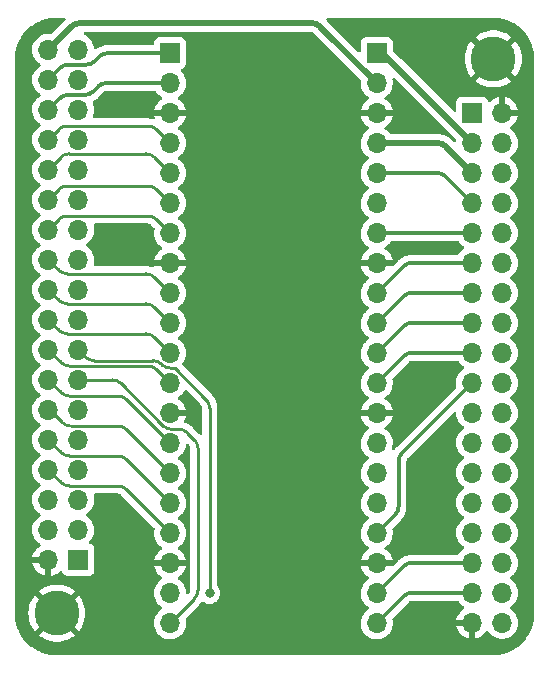
<source format=gbr>
%TF.GenerationSoftware,KiCad,Pcbnew,(6.0.5-0)*%
%TF.CreationDate,2022-06-05T15:38:56+08:00*%
%TF.ProjectId,SCO_D_V0.2,53434f5f-445f-4563-902e-322e6b696361,rev?*%
%TF.SameCoordinates,Original*%
%TF.FileFunction,Copper,L1,Top*%
%TF.FilePolarity,Positive*%
%FSLAX46Y46*%
G04 Gerber Fmt 4.6, Leading zero omitted, Abs format (unit mm)*
G04 Created by KiCad (PCBNEW (6.0.5-0)) date 2022-06-05 15:38:56*
%MOMM*%
%LPD*%
G01*
G04 APERTURE LIST*
%TA.AperFunction,ComponentPad*%
%ADD10R,1.700000X1.700000*%
%TD*%
%TA.AperFunction,ComponentPad*%
%ADD11O,1.700000X1.700000*%
%TD*%
%TA.AperFunction,ConnectorPad*%
%ADD12C,3.800000*%
%TD*%
%TA.AperFunction,ComponentPad*%
%ADD13C,2.600000*%
%TD*%
%TA.AperFunction,ViaPad*%
%ADD14C,0.800000*%
%TD*%
%TA.AperFunction,Conductor*%
%ADD15C,0.300000*%
%TD*%
%TA.AperFunction,Conductor*%
%ADD16C,0.250000*%
%TD*%
%TA.AperFunction,Conductor*%
%ADD17C,0.500000*%
%TD*%
G04 APERTURE END LIST*
D10*
%TO.P,J1,1,Pin_1*%
%TO.N,IO 0*%
X212650000Y-38100000D03*
D11*
%TO.P,J1,2,Pin_2*%
%TO.N,IO 1*%
X212650000Y-40640000D03*
%TO.P,J1,3,Pin_3*%
%TO.N,GND*%
X212650000Y-43180000D03*
%TO.P,J1,4,Pin_4*%
%TO.N,IO 2*%
X212650000Y-45720000D03*
%TO.P,J1,5,Pin_5*%
%TO.N,IO 3*%
X212650000Y-48260000D03*
%TO.P,J1,6,Pin_6*%
%TO.N,IO 4*%
X212650000Y-50800000D03*
%TO.P,J1,7,Pin_7*%
%TO.N,IO 5*%
X212650000Y-53340000D03*
%TO.P,J1,8,Pin_8*%
%TO.N,GND*%
X212650000Y-55880000D03*
%TO.P,J1,9,Pin_9*%
%TO.N,IO 6*%
X212650000Y-58420000D03*
%TO.P,J1,10,Pin_10*%
%TO.N,IO 7*%
X212650000Y-60960000D03*
%TO.P,J1,11,Pin_11*%
%TO.N,IO 8*%
X212650000Y-63500000D03*
%TO.P,J1,12,Pin_12*%
%TO.N,IO 9*%
X212650000Y-66040000D03*
%TO.P,J1,13,Pin_13*%
%TO.N,GND*%
X212650000Y-68580000D03*
%TO.P,J1,14,Pin_14*%
%TO.N,IO 10*%
X212650000Y-71120000D03*
%TO.P,J1,15,Pin_15*%
%TO.N,IO 11*%
X212650000Y-73660000D03*
%TO.P,J1,16,Pin_16*%
%TO.N,IO 12*%
X212650000Y-76200000D03*
%TO.P,J1,17,Pin_17*%
%TO.N,IO 13*%
X212650000Y-78740000D03*
%TO.P,J1,18,Pin_18*%
%TO.N,GND*%
X212650000Y-81280000D03*
%TO.P,J1,19,Pin_19*%
%TO.N,IO 14*%
X212650000Y-83820000D03*
%TO.P,J1,20,Pin_20*%
%TO.N,IO 15*%
X212650000Y-86360000D03*
%TD*%
D12*
%TO.P,SCOD1,1*%
%TO.N,GND*%
X240024027Y-38586811D03*
X203059727Y-85526111D03*
D13*
%TO.N,N/C*%
X240024027Y-38586811D03*
D10*
X238223427Y-43150511D03*
D13*
X203059727Y-85526111D03*
D10*
X204873427Y-81000511D03*
D11*
%TO.P,SCOD1,2*%
%TO.N,GND*%
X240763427Y-43150511D03*
X202333427Y-81000511D03*
%TO.P,SCOD1,3*%
%TO.N,N/C*%
X204873427Y-78460511D03*
%TO.N,VBUS*%
X238223427Y-45690511D03*
%TO.P,SCOD1,4*%
%TO.N,N/C*%
X240763427Y-45690511D03*
X202333427Y-78460511D03*
%TO.P,SCOD1,5*%
X204873427Y-75920511D03*
%TO.N,+3V3*%
X238223427Y-48230511D03*
%TO.P,SCOD1,6*%
%TO.N,N/C*%
X240763427Y-48230511D03*
X202333427Y-75920511D03*
%TO.P,SCOD1,7*%
%TO.N,IO 18*%
X204873427Y-73380511D03*
%TO.N,IO 20*%
X238223427Y-50770511D03*
%TO.P,SCOD1,8*%
%TO.N,IO 13*%
X202333427Y-73380511D03*
%TO.N,N/C*%
X240763427Y-50770511D03*
%TO.P,SCOD1,9*%
%TO.N,IO 21*%
X238223427Y-53310511D03*
%TO.N,IO 17*%
X204873427Y-70840511D03*
%TO.P,SCOD1,10*%
%TO.N,N/C*%
X240763427Y-53310511D03*
%TO.N,IO 12*%
X202333427Y-70840511D03*
%TO.P,SCOD1,11*%
%TO.N,IO 16*%
X204873427Y-68300511D03*
%TO.N,IO 22*%
X238223427Y-55850511D03*
%TO.P,SCOD1,12*%
%TO.N,N/C*%
X240763427Y-55850511D03*
%TO.N,IO 11*%
X202333427Y-68300511D03*
%TO.P,SCOD1,13*%
%TO.N,IO 15*%
X204873427Y-65760511D03*
%TO.N,SCL 0*%
X238223427Y-58390511D03*
%TO.P,SCOD1,14*%
%TO.N,N/C*%
X240763427Y-58390511D03*
%TO.N,IO 10*%
X202333427Y-65760511D03*
%TO.P,SCOD1,15*%
%TO.N,SDA 0*%
X238223427Y-60930511D03*
%TO.N,IO 14*%
X204873427Y-63220511D03*
%TO.P,SCOD1,16*%
%TO.N,N/C*%
X240763427Y-60930511D03*
%TO.N,IO 9*%
X202333427Y-63220511D03*
%TO.P,SCOD1,17*%
%TO.N,IO 23*%
X238223427Y-63470511D03*
%TO.N,N/C*%
X204873427Y-60680511D03*
%TO.P,SCOD1,18*%
%TO.N,IO 8*%
X202333427Y-60680511D03*
%TO.N,N/C*%
X240763427Y-63470511D03*
%TO.P,SCOD1,19*%
X204873427Y-58140511D03*
%TO.N,IO 19*%
X238223427Y-66010511D03*
%TO.P,SCOD1,20*%
%TO.N,N/C*%
X240763427Y-66010511D03*
%TO.N,IO 7*%
X202333427Y-58140511D03*
%TO.P,SCOD1,21*%
%TO.N,N/C*%
X238223427Y-68550511D03*
X204873427Y-55600511D03*
%TO.P,SCOD1,22*%
X240763427Y-68550511D03*
%TO.N,IO 6*%
X202333427Y-55600511D03*
%TO.P,SCOD1,23*%
%TO.N,N/C*%
X238223427Y-71090511D03*
X204873427Y-53060511D03*
%TO.P,SCOD1,24*%
%TO.N,IO 5*%
X202333427Y-53060511D03*
%TO.N,N/C*%
X240763427Y-71090511D03*
%TO.P,SCOD1,25*%
X238223427Y-73630511D03*
X204873427Y-50520511D03*
%TO.P,SCOD1,26*%
%TO.N,IO 4*%
X202333427Y-50520511D03*
%TO.N,N/C*%
X240763427Y-73630511D03*
%TO.P,SCOD1,27*%
X204873427Y-47980511D03*
X238223427Y-76170511D03*
%TO.P,SCOD1,28*%
%TO.N,IO 3*%
X202333427Y-47980511D03*
%TO.N,N/C*%
X240763427Y-76170511D03*
%TO.P,SCOD1,29*%
X238223427Y-78710511D03*
X204873427Y-45440511D03*
%TO.P,SCOD1,30*%
X240763427Y-78710511D03*
%TO.N,IO 2*%
X202333427Y-45440511D03*
%TO.P,SCOD1,31*%
%TO.N,N/C*%
X204873427Y-42900511D03*
%TO.N,UART0 RX*%
X238223427Y-81250511D03*
%TO.P,SCOD1,32*%
%TO.N,N/C*%
X240763427Y-81250511D03*
%TO.N,IO 1*%
X202333427Y-42900511D03*
%TO.P,SCOD1,33*%
%TO.N,UART0 TX*%
X238223427Y-83790511D03*
%TO.N,N/C*%
X204873427Y-40360511D03*
%TO.P,SCOD1,34*%
X240763427Y-83790511D03*
%TO.N,IO 0*%
X202333427Y-40360511D03*
%TO.P,SCOD1,35*%
%TO.N,GND*%
X238223427Y-86330511D03*
X204873427Y-37820511D03*
%TO.P,SCOD1,36*%
%TO.N,N/C*%
X240763427Y-86330511D03*
%TO.N,VCC*%
X202333427Y-37820511D03*
%TD*%
D10*
%TO.P,J2,1,Pin_1*%
%TO.N,VBUS*%
X230150000Y-38100000D03*
D11*
%TO.P,J2,2,Pin_2*%
%TO.N,VCC*%
X230150000Y-40640000D03*
%TO.P,J2,3,Pin_3*%
%TO.N,GND*%
X230150000Y-43180000D03*
%TO.P,J2,4,Pin_4*%
%TO.N,+3V3*%
X230150000Y-45720000D03*
%TO.P,J2,5,Pin_5*%
%TO.N,IO 20*%
X230150000Y-48260000D03*
%TO.P,J2,6,Pin_6*%
%TO.N,unconnected-(J2-Pad6)*%
X230150000Y-50800000D03*
%TO.P,J2,7,Pin_7*%
%TO.N,IO 21*%
X230150000Y-53340000D03*
%TO.P,J2,8,Pin_8*%
%TO.N,GND*%
X230150000Y-55880000D03*
%TO.P,J2,9,Pin_9*%
%TO.N,IO 22*%
X230150000Y-58420000D03*
%TO.P,J2,10,Pin_10*%
%TO.N,SCL 0*%
X230150000Y-60960000D03*
%TO.P,J2,11,Pin_11*%
%TO.N,SDA 0*%
X230150000Y-63500000D03*
%TO.P,J2,12,Pin_12*%
%TO.N,IO 23*%
X230150000Y-66040000D03*
%TO.P,J2,13,Pin_13*%
%TO.N,GND*%
X230150000Y-68580000D03*
%TO.P,J2,14,Pin_14*%
%TO.N,IO 16*%
X230150000Y-71120000D03*
%TO.P,J2,15,Pin_15*%
%TO.N,IO 17*%
X230150000Y-73660000D03*
%TO.P,J2,16,Pin_16*%
%TO.N,IO 18*%
X230150000Y-76200000D03*
%TO.P,J2,17,Pin_17*%
%TO.N,IO 19*%
X230150000Y-78740000D03*
%TO.P,J2,18,Pin_18*%
%TO.N,GND*%
X230150000Y-81280000D03*
%TO.P,J2,19,Pin_19*%
%TO.N,UART0 RX*%
X230150000Y-83820000D03*
%TO.P,J2,20,Pin_20*%
%TO.N,UART0 TX*%
X230150000Y-86360000D03*
%TD*%
D14*
%TO.N,IO 14*%
X216000000Y-83820000D03*
%TD*%
D15*
%TO.N,IO 19*%
X231707114Y-77182900D02*
G75*
G03*
X232000000Y-76475786I-707114J707100D01*
G01*
X232000037Y-72648152D02*
G75*
G02*
X232292893Y-71941045I999963J52D01*
G01*
X238223427Y-66010511D02*
X232292893Y-71941045D01*
X232000000Y-72648152D02*
X232000000Y-76475786D01*
X231707107Y-77182893D02*
X230150000Y-78740000D01*
%TO.N,IO 23*%
X233133703Y-63470510D02*
G75*
G03*
X232426596Y-63763404I-3J-999990D01*
G01*
%TO.N,IO 20*%
X236005808Y-48552894D02*
G75*
G03*
X235298702Y-48260000I-707108J-707106D01*
G01*
%TO.N,IO 22*%
X232426597Y-56143405D02*
G75*
G02*
X233133703Y-55850511I707103J-707095D01*
G01*
%TO.N,IO 23*%
X238223427Y-63470511D02*
X233133703Y-63470511D01*
X232426596Y-63763404D02*
X230150000Y-66040000D01*
%TO.N,IO 22*%
X230150000Y-58420000D02*
X232426596Y-56143404D01*
X233133703Y-55850511D02*
X238223427Y-55850511D01*
%TO.N,IO 21*%
X238223427Y-53310511D02*
X230179489Y-53310511D01*
X230179489Y-53310511D02*
X230150000Y-53340000D01*
%TO.N,IO 20*%
X230150000Y-48260000D02*
X235298702Y-48260000D01*
X236005809Y-48552893D02*
X238223427Y-50770511D01*
%TO.N,SDA 0*%
X233133703Y-60930510D02*
G75*
G03*
X232426596Y-61223404I-3J-999990D01*
G01*
%TO.N,UART0 TX*%
X233133703Y-83790510D02*
G75*
G03*
X232426596Y-84083404I-3J-999990D01*
G01*
%TO.N,UART0 RX*%
X233133703Y-81250510D02*
G75*
G03*
X232426596Y-81543404I-3J-999990D01*
G01*
%TO.N,SCL 0*%
X232426597Y-58683405D02*
G75*
G02*
X233133703Y-58390511I707103J-707095D01*
G01*
%TO.N,UART0 TX*%
X230150000Y-86360000D02*
X232426596Y-84083404D01*
X233133703Y-83790511D02*
X238223427Y-83790511D01*
%TO.N,UART0 RX*%
X238223427Y-81250511D02*
X233133703Y-81250511D01*
X232426596Y-81543404D02*
X230150000Y-83820000D01*
%TO.N,SDA 0*%
X238223427Y-60930511D02*
X233133703Y-60930511D01*
X232426596Y-61223404D02*
X230150000Y-63500000D01*
%TO.N,SCL 0*%
X230150000Y-60960000D02*
X232426596Y-58683404D01*
X233133703Y-58390511D02*
X238223427Y-58390511D01*
D16*
%TO.N,IO 14*%
X216000000Y-72390000D02*
X216000000Y-83820000D01*
X212673204Y-64770000D02*
X213041010Y-64770000D01*
X216000000Y-68143204D02*
X216000000Y-72390000D01*
X213041010Y-64770000D02*
X215707107Y-67436097D01*
X212673204Y-64769997D02*
G75*
G02*
X211966097Y-64477107I-4J999997D01*
G01*
X206203610Y-64136480D02*
X207000000Y-64136480D01*
X205496502Y-63843588D02*
G75*
G03*
X206203610Y-64136480I707098J707088D01*
G01*
X211211256Y-64136517D02*
G75*
G02*
X211918363Y-64429373I44J-999983D01*
G01*
X215707109Y-67436095D02*
G75*
G02*
X216000000Y-68143204I-707109J-707105D01*
G01*
X211918363Y-64429373D02*
X211966097Y-64477107D01*
X207000000Y-64136480D02*
X211211256Y-64136480D01*
X204873427Y-63220511D02*
X205496503Y-63843587D01*
D17*
%TO.N,VCC*%
X205008152Y-35560037D02*
G75*
G03*
X204301045Y-35852893I-52J-999963D01*
G01*
X224655786Y-35560010D02*
G75*
G02*
X225362893Y-35852893I14J-999990D01*
G01*
X202333427Y-37820511D02*
X204301045Y-35852893D01*
X205008152Y-35560000D02*
X224655786Y-35560000D01*
X225362893Y-35852893D02*
X230150000Y-40640000D01*
%TO.N,+3V3*%
X236005809Y-46012893D02*
X238223427Y-48230511D01*
X235298702Y-45719999D02*
G75*
G02*
X236005808Y-46012894I-2J-1000001D01*
G01*
%TO.N,VBUS*%
X230925808Y-38392894D02*
G75*
G03*
X230218702Y-38100000I-707108J-707106D01*
G01*
%TO.N,+3V3*%
X230150000Y-45720000D02*
X235298702Y-45720000D01*
%TO.N,VBUS*%
X230150000Y-38100000D02*
X230218702Y-38100000D01*
X230925809Y-38392893D02*
X238223427Y-45690511D01*
D16*
%TO.N,IO 15*%
X214999990Y-71534214D02*
G75*
G03*
X214707107Y-70827107I-999990J14D01*
G01*
X214999990Y-83595786D02*
G75*
G02*
X214707107Y-84302893I-999990J-14D01*
G01*
X208462398Y-66053400D02*
G75*
G03*
X207755287Y-65760511I-707098J-707100D01*
G01*
X214118397Y-70238367D02*
G75*
G03*
X213411275Y-69945489I-707097J-707133D01*
G01*
X212061592Y-69652590D02*
G75*
G03*
X212768693Y-69945489I707108J707090D01*
G01*
X212768693Y-69945489D02*
X213411275Y-69945489D01*
X214118382Y-70238382D02*
X214707107Y-70827107D01*
X208462394Y-66053404D02*
X212061586Y-69652596D01*
X204873427Y-65760511D02*
X207755287Y-65760511D01*
X215000000Y-71534214D02*
X215000000Y-83595786D01*
X214707107Y-84302893D02*
X212650000Y-86360000D01*
%TO.N,IO 3*%
X203406013Y-46907905D02*
G75*
G02*
X204113130Y-46615022I707087J-707095D01*
G01*
X211297906Y-46907924D02*
G75*
G03*
X210590808Y-46615022I-707106J-707076D01*
G01*
%TO.N,IO 2*%
X203215069Y-44558917D02*
G75*
G02*
X203922152Y-44266000I707131J-707083D01*
G01*
X211488900Y-44558886D02*
G75*
G03*
X210781786Y-44266000I-707100J-707114D01*
G01*
%TO.N,IO 4*%
X203215069Y-49638917D02*
G75*
G02*
X203922152Y-49346000I707131J-707083D01*
G01*
X211488900Y-49638886D02*
G75*
G03*
X210781786Y-49346000I-707100J-707114D01*
G01*
%TO.N,IO 12*%
X203406008Y-71913122D02*
G75*
G03*
X204113130Y-72206000I707092J707122D01*
G01*
X208948900Y-72498886D02*
G75*
G03*
X208241786Y-72206000I-707100J-707114D01*
G01*
%TO.N,IO 7*%
X203215065Y-59022109D02*
G75*
G03*
X203922152Y-59315022I707135J707109D01*
G01*
%TO.N,IO 10*%
X208948900Y-67418886D02*
G75*
G03*
X208241786Y-67126000I-707100J-707114D01*
G01*
X204113130Y-67125979D02*
G75*
G02*
X203406023Y-66833107I-30J999979D01*
G01*
%TO.N,IO 7*%
X210590808Y-59315010D02*
G75*
G02*
X211297915Y-59607915I-8J-999990D01*
G01*
%TO.N,IO 13*%
X203406008Y-74453122D02*
G75*
G03*
X204113130Y-74746000I707092J707122D01*
G01*
X208948900Y-75038886D02*
G75*
G03*
X208241786Y-74746000I-707100J-707114D01*
G01*
%TO.N,IO 8*%
X203922152Y-61854979D02*
G75*
G02*
X203215045Y-61562129I-52J999979D01*
G01*
%TO.N,IO 6*%
X210590808Y-56775010D02*
G75*
G02*
X211297915Y-57067915I-8J-999990D01*
G01*
X203922152Y-56774979D02*
G75*
G02*
X203215045Y-56482129I-52J999979D01*
G01*
%TO.N,IO 8*%
X210590808Y-61855010D02*
G75*
G02*
X211297915Y-62147915I-8J-999990D01*
G01*
%TO.N,IO 9*%
X210781786Y-64586010D02*
G75*
G02*
X211488893Y-64878893I14J-999990D01*
G01*
X204113130Y-64585979D02*
G75*
G02*
X203406023Y-64293107I-30J999979D01*
G01*
%TO.N,IO 11*%
X208241786Y-69666010D02*
G75*
G02*
X208948893Y-69958893I14J-999990D01*
G01*
X204230214Y-69665990D02*
G75*
G02*
X203523107Y-69373107I-14J999990D01*
G01*
%TO.N,IO 5*%
X203215069Y-52178917D02*
G75*
G02*
X203922152Y-51886000I707131J-707083D01*
G01*
X211488900Y-52178886D02*
G75*
G03*
X210781786Y-51886000I-707100J-707114D01*
G01*
%TO.N,IO 13*%
X212650000Y-78740000D02*
X208948893Y-75038893D01*
X208241786Y-74746000D02*
X204113130Y-74746000D01*
X203406023Y-74453107D02*
X202333427Y-73380511D01*
%TO.N,IO 12*%
X212650000Y-76200000D02*
X208948893Y-72498893D01*
X208241786Y-72206000D02*
X204113130Y-72206000D01*
X203406023Y-71913107D02*
X202333427Y-70840511D01*
%TO.N,IO 11*%
X202333427Y-68300511D02*
X202450511Y-68300511D01*
X208948893Y-69958893D02*
X212650000Y-73660000D01*
X202450511Y-68300511D02*
X203523107Y-69373107D01*
X204230214Y-69666000D02*
X208241786Y-69666000D01*
%TO.N,IO 10*%
X212650000Y-71120000D02*
X208948893Y-67418893D01*
X208241786Y-67126000D02*
X204113130Y-67126000D01*
X203406023Y-66833107D02*
X202333427Y-65760511D01*
%TO.N,IO 9*%
X212650000Y-66040000D02*
X211488893Y-64878893D01*
X210781786Y-64586000D02*
X204113130Y-64586000D01*
X203406023Y-64293107D02*
X202333427Y-63220511D01*
%TO.N,IO 8*%
X212650000Y-63500000D02*
X211297915Y-62147915D01*
X210590808Y-61855022D02*
X203922152Y-61855022D01*
X203215045Y-61562129D02*
X202333427Y-60680511D01*
%TO.N,IO 7*%
X212650000Y-60960000D02*
X211297915Y-59607915D01*
X210590808Y-59315022D02*
X203922152Y-59315022D01*
X203215045Y-59022129D02*
X202333427Y-58140511D01*
%TO.N,IO 6*%
X212650000Y-58420000D02*
X211297915Y-57067915D01*
X210590808Y-56775022D02*
X203922152Y-56775022D01*
X203215045Y-56482129D02*
X202333427Y-55600511D01*
%TO.N,IO 5*%
X212650000Y-53340000D02*
X211488893Y-52178893D01*
X210781786Y-51886000D02*
X203922152Y-51886000D01*
X203215045Y-52178893D02*
X202333427Y-53060511D01*
%TO.N,IO 4*%
X212650000Y-50800000D02*
X211488893Y-49638893D01*
X210781786Y-49346000D02*
X203922152Y-49346000D01*
X203215045Y-49638893D02*
X202333427Y-50520511D01*
%TO.N,IO 3*%
X212650000Y-48260000D02*
X211297915Y-46907915D01*
X210590808Y-46615022D02*
X204113130Y-46615022D01*
X203406023Y-46907915D02*
X202333427Y-47980511D01*
%TO.N,IO 2*%
X212650000Y-45720000D02*
X211488893Y-44558893D01*
X203215045Y-44558893D02*
X202333427Y-45440511D01*
X210781786Y-44266000D02*
X203922152Y-44266000D01*
D15*
%TO.N,IO 1*%
X203291045Y-41942893D02*
X202333427Y-42900511D01*
%TO.N,IO 0*%
X205560786Y-39075000D02*
X204033152Y-39075000D01*
X203326045Y-39367893D02*
X202333427Y-40360511D01*
%TO.N,IO 1*%
X205410786Y-41650000D02*
X203998152Y-41650000D01*
X212650000Y-40640000D02*
X207249214Y-40640000D01*
%TO.N,IO 0*%
X212650000Y-38100000D02*
X207364214Y-38100000D01*
X206657107Y-38392893D02*
X206267893Y-38782107D01*
%TO.N,IO 1*%
X206542107Y-40932893D02*
X206117893Y-41357107D01*
X207249214Y-40640010D02*
G75*
G03*
X206542107Y-40932893I-14J-999990D01*
G01*
%TO.N,IO 0*%
X204033152Y-39075037D02*
G75*
G03*
X203326045Y-39367893I-52J-999963D01*
G01*
X206267900Y-38782114D02*
G75*
G02*
X205560786Y-39075000I-707100J707114D01*
G01*
%TO.N,IO 1*%
X203998152Y-41650037D02*
G75*
G03*
X203291045Y-41942893I-52J-999963D01*
G01*
%TO.N,IO 0*%
X206657100Y-38392886D02*
G75*
G02*
X207364214Y-38100000I707100J-707114D01*
G01*
%TO.N,IO 1*%
X206117900Y-41357114D02*
G75*
G02*
X205410786Y-41650000I-707100J707114D01*
G01*
%TD*%
%TA.AperFunction,Conductor*%
%TO.N,GND*%
G36*
X203743920Y-35114564D02*
G01*
X203790413Y-35168220D01*
X203800517Y-35238494D01*
X203771023Y-35303074D01*
X203765252Y-35309186D01*
X203764175Y-35310373D01*
X203761331Y-35313139D01*
X203738842Y-35341308D01*
X203729478Y-35351779D01*
X202640723Y-36440534D01*
X202578411Y-36474560D01*
X202529532Y-36475486D01*
X202461711Y-36463405D01*
X202387879Y-36462503D01*
X202243508Y-36460739D01*
X202243506Y-36460739D01*
X202238338Y-36460676D01*
X202017518Y-36494466D01*
X201805183Y-36563868D01*
X201726882Y-36604629D01*
X201646547Y-36646449D01*
X201607034Y-36667018D01*
X201602901Y-36670121D01*
X201602898Y-36670123D01*
X201432527Y-36798041D01*
X201428392Y-36801146D01*
X201274056Y-36962649D01*
X201271142Y-36966921D01*
X201271141Y-36966922D01*
X201203454Y-37066147D01*
X201148170Y-37147191D01*
X201136538Y-37172250D01*
X201063036Y-37330598D01*
X201054115Y-37349816D01*
X200994416Y-37565081D01*
X200970678Y-37787206D01*
X200970975Y-37792359D01*
X200970975Y-37792362D01*
X200982939Y-37999853D01*
X200983537Y-38010226D01*
X200984674Y-38015272D01*
X200984675Y-38015278D01*
X200999180Y-38079639D01*
X201032649Y-38228150D01*
X201070888Y-38322322D01*
X201113469Y-38427186D01*
X201116693Y-38435127D01*
X201119392Y-38439531D01*
X201211497Y-38589833D01*
X201233414Y-38625599D01*
X201379677Y-38794449D01*
X201551553Y-38937143D01*
X201622022Y-38978322D01*
X201624872Y-38979987D01*
X201673596Y-39031625D01*
X201686667Y-39101408D01*
X201659936Y-39167180D01*
X201619482Y-39200538D01*
X201607034Y-39207018D01*
X201602901Y-39210121D01*
X201602898Y-39210123D01*
X201432527Y-39338041D01*
X201428392Y-39341146D01*
X201274056Y-39502649D01*
X201271142Y-39506921D01*
X201271141Y-39506922D01*
X201219488Y-39582642D01*
X201148170Y-39687191D01*
X201117848Y-39752514D01*
X201060146Y-39876824D01*
X201054115Y-39889816D01*
X200994416Y-40105081D01*
X200970678Y-40327206D01*
X200970975Y-40332359D01*
X200970975Y-40332362D01*
X200979074Y-40472824D01*
X200983537Y-40550226D01*
X200984674Y-40555272D01*
X200984675Y-40555278D01*
X200995106Y-40601562D01*
X201032649Y-40768150D01*
X201116693Y-40975127D01*
X201233414Y-41165599D01*
X201379677Y-41334449D01*
X201551553Y-41477143D01*
X201622022Y-41518322D01*
X201624872Y-41519987D01*
X201673596Y-41571625D01*
X201686667Y-41641408D01*
X201659936Y-41707180D01*
X201619482Y-41740538D01*
X201607034Y-41747018D01*
X201602901Y-41750121D01*
X201602898Y-41750123D01*
X201435308Y-41875953D01*
X201428392Y-41881146D01*
X201424820Y-41884884D01*
X201302363Y-42013028D01*
X201274056Y-42042649D01*
X201148170Y-42227191D01*
X201054115Y-42429816D01*
X200994416Y-42645081D01*
X200970678Y-42867206D01*
X200970975Y-42872359D01*
X200970975Y-42872362D01*
X200976438Y-42967101D01*
X200983537Y-43090226D01*
X200984674Y-43095272D01*
X200984675Y-43095278D01*
X201004546Y-43183450D01*
X201032649Y-43308150D01*
X201089422Y-43447966D01*
X201105909Y-43488568D01*
X201116693Y-43515127D01*
X201157946Y-43582446D01*
X201215688Y-43676672D01*
X201233414Y-43705599D01*
X201379677Y-43874449D01*
X201551553Y-44017143D01*
X201622022Y-44058322D01*
X201624872Y-44059987D01*
X201673596Y-44111625D01*
X201686667Y-44181408D01*
X201659936Y-44247180D01*
X201619482Y-44280538D01*
X201607034Y-44287018D01*
X201602901Y-44290121D01*
X201602898Y-44290123D01*
X201432527Y-44418041D01*
X201428392Y-44421146D01*
X201274056Y-44582649D01*
X201271142Y-44586921D01*
X201271141Y-44586922D01*
X201193571Y-44700635D01*
X201148170Y-44767191D01*
X201145991Y-44771886D01*
X201058340Y-44960715D01*
X201054115Y-44969816D01*
X200994416Y-45185081D01*
X200970678Y-45407206D01*
X200970975Y-45412359D01*
X200970975Y-45412362D01*
X200980947Y-45585299D01*
X200983537Y-45630226D01*
X200984674Y-45635272D01*
X200984675Y-45635278D01*
X200989617Y-45657206D01*
X201032649Y-45848150D01*
X201116693Y-46055127D01*
X201119392Y-46059531D01*
X201203611Y-46196964D01*
X201233414Y-46245599D01*
X201379677Y-46414449D01*
X201551553Y-46557143D01*
X201622022Y-46598322D01*
X201624872Y-46599987D01*
X201673596Y-46651625D01*
X201686667Y-46721408D01*
X201659936Y-46787180D01*
X201619482Y-46820538D01*
X201607034Y-46827018D01*
X201602901Y-46830121D01*
X201602898Y-46830123D01*
X201432527Y-46958041D01*
X201428392Y-46961146D01*
X201274056Y-47122649D01*
X201271142Y-47126921D01*
X201271141Y-47126922D01*
X201193571Y-47240635D01*
X201148170Y-47307191D01*
X201054115Y-47509816D01*
X200994416Y-47725081D01*
X200970678Y-47947206D01*
X200970975Y-47952359D01*
X200970975Y-47952362D01*
X200979129Y-48093770D01*
X200983537Y-48170226D01*
X200984674Y-48175272D01*
X200984675Y-48175278D01*
X200989617Y-48197206D01*
X201032649Y-48388150D01*
X201070888Y-48482322D01*
X201105909Y-48568568D01*
X201116693Y-48595127D01*
X201158038Y-48662596D01*
X201219858Y-48763477D01*
X201233414Y-48785599D01*
X201379677Y-48954449D01*
X201551553Y-49097143D01*
X201622022Y-49138322D01*
X201624872Y-49139987D01*
X201673596Y-49191625D01*
X201686667Y-49261408D01*
X201659936Y-49327180D01*
X201619482Y-49360538D01*
X201607034Y-49367018D01*
X201602901Y-49370121D01*
X201602898Y-49370123D01*
X201432527Y-49498041D01*
X201428392Y-49501146D01*
X201274056Y-49662649D01*
X201271142Y-49666921D01*
X201271141Y-49666922D01*
X201193571Y-49780635D01*
X201148170Y-49847191D01*
X201145991Y-49851886D01*
X201059276Y-50038698D01*
X201054115Y-50049816D01*
X200994416Y-50265081D01*
X200970678Y-50487206D01*
X200970975Y-50492359D01*
X200970975Y-50492362D01*
X200976438Y-50587101D01*
X200983537Y-50710226D01*
X200984674Y-50715272D01*
X200984675Y-50715278D01*
X200989617Y-50737206D01*
X201032649Y-50928150D01*
X201070888Y-51022322D01*
X201105909Y-51108568D01*
X201116693Y-51135127D01*
X201145990Y-51182936D01*
X201219858Y-51303477D01*
X201233414Y-51325599D01*
X201379677Y-51494449D01*
X201551553Y-51637143D01*
X201622022Y-51678322D01*
X201624872Y-51679987D01*
X201673596Y-51731625D01*
X201686667Y-51801408D01*
X201659936Y-51867180D01*
X201619482Y-51900538D01*
X201607034Y-51907018D01*
X201602901Y-51910121D01*
X201602898Y-51910123D01*
X201432527Y-52038041D01*
X201428392Y-52041146D01*
X201274056Y-52202649D01*
X201271142Y-52206921D01*
X201271141Y-52206922D01*
X201193571Y-52320635D01*
X201148170Y-52387191D01*
X201145991Y-52391886D01*
X201059276Y-52578698D01*
X201054115Y-52589816D01*
X200994416Y-52805081D01*
X200970678Y-53027206D01*
X200970975Y-53032359D01*
X200970975Y-53032362D01*
X200976438Y-53127101D01*
X200983537Y-53250226D01*
X200984674Y-53255272D01*
X200984675Y-53255278D01*
X200995106Y-53301562D01*
X201032649Y-53468150D01*
X201116693Y-53675127D01*
X201158038Y-53742596D01*
X201230718Y-53861199D01*
X201233414Y-53865599D01*
X201379677Y-54034449D01*
X201551553Y-54177143D01*
X201622022Y-54218322D01*
X201624872Y-54219987D01*
X201673596Y-54271625D01*
X201686667Y-54341408D01*
X201659936Y-54407180D01*
X201619482Y-54440538D01*
X201607034Y-54447018D01*
X201602901Y-54450121D01*
X201602898Y-54450123D01*
X201432527Y-54578041D01*
X201428392Y-54581146D01*
X201416235Y-54593868D01*
X201340263Y-54673368D01*
X201274056Y-54742649D01*
X201271147Y-54746914D01*
X201271141Y-54746922D01*
X201213687Y-54831146D01*
X201148170Y-54927191D01*
X201054115Y-55129816D01*
X200994416Y-55345081D01*
X200970678Y-55567206D01*
X200970975Y-55572359D01*
X200970975Y-55572362D01*
X200976856Y-55674357D01*
X200983537Y-55790226D01*
X200984674Y-55795272D01*
X200984675Y-55795278D01*
X200996367Y-55847157D01*
X201032649Y-56008150D01*
X201089422Y-56147966D01*
X201112343Y-56204413D01*
X201116693Y-56215127D01*
X201157946Y-56282446D01*
X201215688Y-56376672D01*
X201233414Y-56405599D01*
X201379677Y-56574449D01*
X201551553Y-56717143D01*
X201622022Y-56758322D01*
X201624872Y-56759987D01*
X201673596Y-56811625D01*
X201686667Y-56881408D01*
X201659936Y-56947180D01*
X201619482Y-56980538D01*
X201607034Y-56987018D01*
X201602901Y-56990121D01*
X201602898Y-56990123D01*
X201432527Y-57118041D01*
X201428392Y-57121146D01*
X201274056Y-57282649D01*
X201271142Y-57286921D01*
X201271141Y-57286922D01*
X201195376Y-57397990D01*
X201148170Y-57467191D01*
X201054115Y-57669816D01*
X200994416Y-57885081D01*
X200970678Y-58107206D01*
X200970975Y-58112359D01*
X200970975Y-58112362D01*
X200976856Y-58214357D01*
X200983537Y-58330226D01*
X200984674Y-58335272D01*
X200984675Y-58335278D01*
X200995106Y-58381562D01*
X201032649Y-58548150D01*
X201116693Y-58755127D01*
X201158038Y-58822596D01*
X201203611Y-58896964D01*
X201233414Y-58945599D01*
X201379677Y-59114449D01*
X201551553Y-59257143D01*
X201622022Y-59298322D01*
X201624872Y-59299987D01*
X201673596Y-59351625D01*
X201686667Y-59421408D01*
X201659936Y-59487180D01*
X201619482Y-59520538D01*
X201607034Y-59527018D01*
X201602901Y-59530121D01*
X201602898Y-59530123D01*
X201432527Y-59658041D01*
X201428392Y-59661146D01*
X201274056Y-59822649D01*
X201271142Y-59826921D01*
X201271141Y-59826922D01*
X201195360Y-59938013D01*
X201148170Y-60007191D01*
X201054115Y-60209816D01*
X200994416Y-60425081D01*
X200970678Y-60647206D01*
X200970975Y-60652359D01*
X200970975Y-60652362D01*
X200976856Y-60754357D01*
X200983537Y-60870226D01*
X200984674Y-60875272D01*
X200984675Y-60875278D01*
X200995106Y-60921562D01*
X201032649Y-61088150D01*
X201116693Y-61295127D01*
X201158038Y-61362596D01*
X201203611Y-61436964D01*
X201233414Y-61485599D01*
X201379677Y-61654449D01*
X201551553Y-61797143D01*
X201622022Y-61838322D01*
X201624872Y-61839987D01*
X201673596Y-61891625D01*
X201686667Y-61961408D01*
X201659936Y-62027180D01*
X201619482Y-62060538D01*
X201607034Y-62067018D01*
X201602901Y-62070121D01*
X201602898Y-62070123D01*
X201432527Y-62198041D01*
X201428392Y-62201146D01*
X201274056Y-62362649D01*
X201271142Y-62366921D01*
X201271141Y-62366922D01*
X201195376Y-62477990D01*
X201148170Y-62547191D01*
X201054115Y-62749816D01*
X200994416Y-62965081D01*
X200970678Y-63187206D01*
X200970975Y-63192359D01*
X200970975Y-63192362D01*
X200976856Y-63294357D01*
X200983537Y-63410226D01*
X200984674Y-63415272D01*
X200984675Y-63415278D01*
X201003423Y-63498466D01*
X201032649Y-63628150D01*
X201116693Y-63835127D01*
X201119392Y-63839531D01*
X201203611Y-63976964D01*
X201233414Y-64025599D01*
X201379677Y-64194449D01*
X201551553Y-64337143D01*
X201619213Y-64376680D01*
X201624872Y-64379987D01*
X201673596Y-64431625D01*
X201686667Y-64501408D01*
X201659936Y-64567180D01*
X201619482Y-64600538D01*
X201607034Y-64607018D01*
X201602901Y-64610121D01*
X201602898Y-64610123D01*
X201432527Y-64738041D01*
X201428392Y-64741146D01*
X201274056Y-64902649D01*
X201271142Y-64906921D01*
X201271141Y-64906922D01*
X201193571Y-65020635D01*
X201148170Y-65087191D01*
X201119520Y-65148912D01*
X201059272Y-65278707D01*
X201054115Y-65289816D01*
X200994416Y-65505081D01*
X200970678Y-65727206D01*
X200970975Y-65732359D01*
X200970975Y-65732362D01*
X200974473Y-65793033D01*
X200983537Y-65950226D01*
X200984674Y-65955272D01*
X200984675Y-65955278D01*
X200989617Y-65977206D01*
X201032649Y-66168150D01*
X201116693Y-66375127D01*
X201119392Y-66379531D01*
X201203611Y-66516964D01*
X201233414Y-66565599D01*
X201379677Y-66734449D01*
X201551553Y-66877143D01*
X201622022Y-66918322D01*
X201624872Y-66919987D01*
X201673596Y-66971625D01*
X201686667Y-67041408D01*
X201659936Y-67107180D01*
X201619482Y-67140538D01*
X201607034Y-67147018D01*
X201602901Y-67150121D01*
X201602898Y-67150123D01*
X201432527Y-67278041D01*
X201428392Y-67281146D01*
X201416235Y-67293868D01*
X201340263Y-67373368D01*
X201274056Y-67442649D01*
X201271142Y-67446921D01*
X201271141Y-67446922D01*
X201213687Y-67531146D01*
X201148170Y-67627191D01*
X201119520Y-67688912D01*
X201059276Y-67818698D01*
X201054115Y-67829816D01*
X200994416Y-68045081D01*
X200970678Y-68267206D01*
X200970975Y-68272359D01*
X200970975Y-68272362D01*
X200976438Y-68367101D01*
X200983537Y-68490226D01*
X200984674Y-68495272D01*
X200984675Y-68495278D01*
X200989080Y-68514824D01*
X201032649Y-68708150D01*
X201070888Y-68802322D01*
X201105909Y-68888568D01*
X201116693Y-68915127D01*
X201145990Y-68962936D01*
X201220656Y-69084779D01*
X201233414Y-69105599D01*
X201379677Y-69274449D01*
X201551553Y-69417143D01*
X201622022Y-69458322D01*
X201624872Y-69459987D01*
X201673596Y-69511625D01*
X201686667Y-69581408D01*
X201659936Y-69647180D01*
X201619482Y-69680538D01*
X201607034Y-69687018D01*
X201602901Y-69690121D01*
X201602898Y-69690123D01*
X201436367Y-69815158D01*
X201428392Y-69821146D01*
X201274056Y-69982649D01*
X201271142Y-69986921D01*
X201271141Y-69986922D01*
X201193571Y-70100635D01*
X201148170Y-70167191D01*
X201132189Y-70201619D01*
X201059272Y-70358707D01*
X201054115Y-70369816D01*
X200994416Y-70585081D01*
X200970678Y-70807206D01*
X200970975Y-70812359D01*
X200970975Y-70812362D01*
X200976438Y-70907101D01*
X200983537Y-71030226D01*
X200984674Y-71035272D01*
X200984675Y-71035278D01*
X200989617Y-71057206D01*
X201032649Y-71248150D01*
X201083528Y-71373450D01*
X201105909Y-71428568D01*
X201116693Y-71455127D01*
X201143496Y-71498865D01*
X201227763Y-71636377D01*
X201233414Y-71645599D01*
X201379677Y-71814449D01*
X201551553Y-71957143D01*
X201621148Y-71997811D01*
X201624872Y-71999987D01*
X201673596Y-72051625D01*
X201686667Y-72121408D01*
X201659936Y-72187180D01*
X201619482Y-72220538D01*
X201607034Y-72227018D01*
X201602901Y-72230121D01*
X201602898Y-72230123D01*
X201432527Y-72358041D01*
X201428392Y-72361146D01*
X201274056Y-72522649D01*
X201271142Y-72526921D01*
X201271141Y-72526922D01*
X201193571Y-72640635D01*
X201148170Y-72707191D01*
X201119520Y-72768912D01*
X201059276Y-72898698D01*
X201054115Y-72909816D01*
X200994416Y-73125081D01*
X200970678Y-73347206D01*
X200970975Y-73352359D01*
X200970975Y-73352362D01*
X200976438Y-73447101D01*
X200983537Y-73570226D01*
X200984674Y-73575272D01*
X200984675Y-73575278D01*
X200989617Y-73597206D01*
X201032649Y-73788150D01*
X201070888Y-73882322D01*
X201105909Y-73968568D01*
X201116693Y-73995127D01*
X201145990Y-74042936D01*
X201203611Y-74136964D01*
X201233414Y-74185599D01*
X201379677Y-74354449D01*
X201551553Y-74497143D01*
X201622022Y-74538322D01*
X201624872Y-74539987D01*
X201673596Y-74591625D01*
X201686667Y-74661408D01*
X201659936Y-74727180D01*
X201619482Y-74760538D01*
X201607034Y-74767018D01*
X201602901Y-74770121D01*
X201602898Y-74770123D01*
X201432527Y-74898041D01*
X201428392Y-74901146D01*
X201274056Y-75062649D01*
X201271142Y-75066921D01*
X201271141Y-75066922D01*
X201193571Y-75180635D01*
X201148170Y-75247191D01*
X201133070Y-75279721D01*
X201059276Y-75438698D01*
X201054115Y-75449816D01*
X200994416Y-75665081D01*
X200970678Y-75887206D01*
X200970975Y-75892359D01*
X200970975Y-75892362D01*
X200976438Y-75987101D01*
X200983537Y-76110226D01*
X200984674Y-76115272D01*
X200984675Y-76115278D01*
X200989617Y-76137206D01*
X201032649Y-76328150D01*
X201116693Y-76535127D01*
X201158038Y-76602596D01*
X201230718Y-76721199D01*
X201233414Y-76725599D01*
X201379677Y-76894449D01*
X201551553Y-77037143D01*
X201622022Y-77078322D01*
X201624872Y-77079987D01*
X201673596Y-77131625D01*
X201686667Y-77201408D01*
X201659936Y-77267180D01*
X201619482Y-77300538D01*
X201614532Y-77303115D01*
X201607034Y-77307018D01*
X201602901Y-77310121D01*
X201602898Y-77310123D01*
X201432527Y-77438041D01*
X201428392Y-77441146D01*
X201274056Y-77602649D01*
X201271147Y-77606914D01*
X201271141Y-77606922D01*
X201193571Y-77720635D01*
X201148170Y-77787191D01*
X201054115Y-77989816D01*
X200994416Y-78205081D01*
X200970678Y-78427206D01*
X200970975Y-78432359D01*
X200970975Y-78432362D01*
X200976438Y-78527101D01*
X200983537Y-78650226D01*
X200984674Y-78655272D01*
X200984675Y-78655278D01*
X200989617Y-78677206D01*
X201032649Y-78868150D01*
X201116693Y-79075127D01*
X201158038Y-79142596D01*
X201230718Y-79261199D01*
X201233414Y-79265599D01*
X201379677Y-79434449D01*
X201551553Y-79577143D01*
X201612623Y-79612829D01*
X201625382Y-79620285D01*
X201674106Y-79671923D01*
X201687177Y-79741706D01*
X201660446Y-79807478D01*
X201619989Y-79840838D01*
X201611884Y-79845057D01*
X201603165Y-79850547D01*
X201432860Y-79978416D01*
X201425157Y-79985255D01*
X201278017Y-80139228D01*
X201271531Y-80147238D01*
X201151525Y-80323160D01*
X201146427Y-80332134D01*
X201056765Y-80525294D01*
X201053202Y-80534981D01*
X200997816Y-80734694D01*
X200999339Y-80743118D01*
X201011719Y-80746511D01*
X202461427Y-80746511D01*
X202529548Y-80766513D01*
X202576041Y-80820169D01*
X202587427Y-80872511D01*
X202587427Y-82319028D01*
X202591491Y-82332870D01*
X202604905Y-82334904D01*
X202611611Y-82334045D01*
X202621689Y-82331903D01*
X202825682Y-82270702D01*
X202835269Y-82266944D01*
X203026522Y-82173250D01*
X203035372Y-82167975D01*
X203208755Y-82044303D01*
X203216620Y-82037656D01*
X203321324Y-81933316D01*
X203383695Y-81899400D01*
X203454502Y-81904588D01*
X203511264Y-81947234D01*
X203528246Y-81978337D01*
X203535918Y-81998801D01*
X203572812Y-82097216D01*
X203660166Y-82213772D01*
X203776722Y-82301126D01*
X203913111Y-82352256D01*
X203975293Y-82359011D01*
X205771561Y-82359011D01*
X205833743Y-82352256D01*
X205970132Y-82301126D01*
X206086688Y-82213772D01*
X206174042Y-82097216D01*
X206225172Y-81960827D01*
X206231927Y-81898645D01*
X206231927Y-80102377D01*
X206225172Y-80040195D01*
X206174042Y-79903806D01*
X206086688Y-79787250D01*
X205970132Y-79699896D01*
X205943332Y-79689849D01*
X205851630Y-79655471D01*
X205794866Y-79612829D01*
X205770166Y-79546267D01*
X205785374Y-79476919D01*
X205806920Y-79448238D01*
X205838480Y-79416788D01*
X205911523Y-79344000D01*
X205971021Y-79261200D01*
X206038862Y-79166788D01*
X206041880Y-79162588D01*
X206062747Y-79120368D01*
X206138563Y-78966964D01*
X206138564Y-78966962D01*
X206140857Y-78962322D01*
X206197132Y-78777101D01*
X206204292Y-78753534D01*
X206204292Y-78753532D01*
X206205797Y-78748580D01*
X206234956Y-78527101D01*
X206235194Y-78517361D01*
X206236501Y-78463876D01*
X206236501Y-78463872D01*
X206236583Y-78460511D01*
X206218279Y-78237872D01*
X206163858Y-78021213D01*
X206074781Y-77816351D01*
X206010851Y-77717530D01*
X205956249Y-77633128D01*
X205956247Y-77633125D01*
X205953441Y-77628788D01*
X205803097Y-77463562D01*
X205799046Y-77460363D01*
X205799042Y-77460359D01*
X205631841Y-77328311D01*
X205631837Y-77328309D01*
X205627786Y-77325109D01*
X205586480Y-77302307D01*
X205536511Y-77251875D01*
X205521739Y-77182432D01*
X205546855Y-77116027D01*
X205574207Y-77089420D01*
X205629748Y-77049803D01*
X205753287Y-76961684D01*
X205805298Y-76909855D01*
X205896450Y-76819020D01*
X205911523Y-76804000D01*
X205971021Y-76721200D01*
X206038862Y-76626788D01*
X206041880Y-76622588D01*
X206062747Y-76580368D01*
X206138563Y-76426964D01*
X206138564Y-76426962D01*
X206140857Y-76422322D01*
X206197132Y-76237101D01*
X206204292Y-76213534D01*
X206204292Y-76213532D01*
X206205797Y-76208580D01*
X206234956Y-75987101D01*
X206235317Y-75972342D01*
X206236501Y-75923876D01*
X206236501Y-75923872D01*
X206236583Y-75920511D01*
X206218279Y-75697872D01*
X206217018Y-75692850D01*
X206177669Y-75536195D01*
X206180473Y-75465254D01*
X206221186Y-75407091D01*
X206286882Y-75380172D01*
X206299873Y-75379500D01*
X208191776Y-75379500D01*
X208208221Y-75380578D01*
X208227580Y-75383127D01*
X208227584Y-75383127D01*
X208235112Y-75384118D01*
X208242665Y-75383284D01*
X208242666Y-75383284D01*
X208272942Y-75383600D01*
X208320209Y-75389822D01*
X208351976Y-75398334D01*
X208409723Y-75422253D01*
X208438206Y-75438698D01*
X208472562Y-75465060D01*
X208485879Y-75476861D01*
X208488331Y-75479365D01*
X208492954Y-75485389D01*
X208507686Y-75497191D01*
X208520390Y-75507369D01*
X208530705Y-75516609D01*
X211299778Y-78285682D01*
X211333804Y-78347994D01*
X211332100Y-78408448D01*
X211310989Y-78484570D01*
X211310441Y-78489700D01*
X211310440Y-78489704D01*
X211306934Y-78522512D01*
X211287251Y-78706695D01*
X211287548Y-78711848D01*
X211287548Y-78711851D01*
X211293011Y-78806590D01*
X211300110Y-78929715D01*
X211301247Y-78934761D01*
X211301248Y-78934767D01*
X211316746Y-79003534D01*
X211349222Y-79147639D01*
X211387461Y-79241811D01*
X211430437Y-79347648D01*
X211433266Y-79354616D01*
X211549987Y-79545088D01*
X211696250Y-79713938D01*
X211828625Y-79823838D01*
X211860797Y-79850547D01*
X211868126Y-79856632D01*
X211907123Y-79879420D01*
X211941955Y-79899774D01*
X211990679Y-79951412D01*
X212003750Y-80021195D01*
X211977019Y-80086967D01*
X211936562Y-80120327D01*
X211928457Y-80124546D01*
X211919738Y-80130036D01*
X211749433Y-80257905D01*
X211741726Y-80264748D01*
X211594590Y-80418717D01*
X211588104Y-80426727D01*
X211468098Y-80602649D01*
X211463000Y-80611623D01*
X211373338Y-80804783D01*
X211369775Y-80814470D01*
X211314389Y-81014183D01*
X211315912Y-81022607D01*
X211328292Y-81026000D01*
X213968344Y-81026000D01*
X213981875Y-81022027D01*
X213983180Y-81012947D01*
X213941214Y-80845875D01*
X213937894Y-80836124D01*
X213852972Y-80640814D01*
X213848105Y-80631739D01*
X213732426Y-80452926D01*
X213726136Y-80444757D01*
X213582806Y-80287240D01*
X213575273Y-80280215D01*
X213408139Y-80148222D01*
X213399556Y-80142520D01*
X213362602Y-80122120D01*
X213312631Y-80071687D01*
X213297859Y-80002245D01*
X213322975Y-79935839D01*
X213350327Y-79909232D01*
X213392122Y-79879420D01*
X213529860Y-79781173D01*
X213588482Y-79722756D01*
X213656002Y-79655471D01*
X213688096Y-79623489D01*
X213747594Y-79540689D01*
X213815435Y-79446277D01*
X213818453Y-79442077D01*
X213832558Y-79413539D01*
X213915136Y-79246453D01*
X213915137Y-79246451D01*
X213917430Y-79241811D01*
X213982370Y-79028069D01*
X214011529Y-78806590D01*
X214011611Y-78803240D01*
X214013074Y-78743365D01*
X214013074Y-78743361D01*
X214013156Y-78740000D01*
X213994852Y-78517361D01*
X213940431Y-78300702D01*
X213851354Y-78095840D01*
X213794246Y-78007565D01*
X213732822Y-77912617D01*
X213732820Y-77912614D01*
X213730014Y-77908277D01*
X213579670Y-77743051D01*
X213575619Y-77739852D01*
X213575615Y-77739848D01*
X213408414Y-77607800D01*
X213408410Y-77607798D01*
X213404359Y-77604598D01*
X213363053Y-77581796D01*
X213313084Y-77531364D01*
X213298312Y-77461921D01*
X213323428Y-77395516D01*
X213350780Y-77368909D01*
X213415682Y-77322615D01*
X213529860Y-77241173D01*
X213688096Y-77083489D01*
X213747594Y-77000689D01*
X213815435Y-76906277D01*
X213818453Y-76902077D01*
X213832558Y-76873539D01*
X213915136Y-76706453D01*
X213915137Y-76706451D01*
X213917430Y-76701811D01*
X213970853Y-76525976D01*
X213980865Y-76493023D01*
X213980865Y-76493021D01*
X213982370Y-76488069D01*
X214011529Y-76266590D01*
X214011611Y-76263240D01*
X214013074Y-76203365D01*
X214013074Y-76203361D01*
X214013156Y-76200000D01*
X213994852Y-75977361D01*
X213940431Y-75760702D01*
X213851354Y-75555840D01*
X213792626Y-75465060D01*
X213732822Y-75372617D01*
X213732820Y-75372614D01*
X213730014Y-75368277D01*
X213579670Y-75203051D01*
X213575619Y-75199852D01*
X213575615Y-75199848D01*
X213408414Y-75067800D01*
X213408410Y-75067798D01*
X213404359Y-75064598D01*
X213363053Y-75041796D01*
X213313084Y-74991364D01*
X213298312Y-74921921D01*
X213323428Y-74855516D01*
X213350780Y-74828909D01*
X213405347Y-74789987D01*
X213529860Y-74701173D01*
X213688096Y-74543489D01*
X213747594Y-74460689D01*
X213815435Y-74366277D01*
X213818453Y-74362077D01*
X213832558Y-74333539D01*
X213915136Y-74166453D01*
X213915137Y-74166451D01*
X213917430Y-74161811D01*
X213969527Y-73990340D01*
X213980865Y-73953023D01*
X213980865Y-73953021D01*
X213982370Y-73948069D01*
X214011529Y-73726590D01*
X214011611Y-73723240D01*
X214013074Y-73663365D01*
X214013074Y-73663361D01*
X214013156Y-73660000D01*
X213994852Y-73437361D01*
X213940431Y-73220702D01*
X213851354Y-73015840D01*
X213792626Y-72925060D01*
X213732822Y-72832617D01*
X213732820Y-72832614D01*
X213730014Y-72828277D01*
X213579670Y-72663051D01*
X213575619Y-72659852D01*
X213575615Y-72659848D01*
X213408414Y-72527800D01*
X213408410Y-72527798D01*
X213404359Y-72524598D01*
X213363053Y-72501796D01*
X213313084Y-72451364D01*
X213298312Y-72381921D01*
X213323428Y-72315516D01*
X213350780Y-72288909D01*
X213405347Y-72249987D01*
X213529860Y-72161173D01*
X213688096Y-72003489D01*
X213747594Y-71920689D01*
X213815435Y-71826277D01*
X213818453Y-71822077D01*
X213832558Y-71793539D01*
X213915136Y-71626453D01*
X213915137Y-71626451D01*
X213917430Y-71621811D01*
X213970344Y-71447650D01*
X213980865Y-71413023D01*
X213980867Y-71413015D01*
X213982370Y-71408069D01*
X213989889Y-71350959D01*
X213996695Y-71299266D01*
X214025418Y-71234339D01*
X214084683Y-71195248D01*
X214155675Y-71194403D01*
X214210712Y-71226618D01*
X214223787Y-71239693D01*
X214234655Y-71252084D01*
X214251159Y-71273594D01*
X214257088Y-71278344D01*
X214257090Y-71278346D01*
X214257097Y-71278352D01*
X214278273Y-71299977D01*
X214307295Y-71337799D01*
X214323739Y-71366283D01*
X214347656Y-71424027D01*
X214356168Y-71455797D01*
X214361838Y-71498872D01*
X214362909Y-71516632D01*
X214362874Y-71519988D01*
X214361882Y-71527522D01*
X214362716Y-71535074D01*
X214365739Y-71562462D01*
X214366500Y-71576287D01*
X214366500Y-83545776D01*
X214365422Y-83562221D01*
X214362873Y-83581580D01*
X214362873Y-83581584D01*
X214361882Y-83589112D01*
X214362715Y-83596661D01*
X214362636Y-83604258D01*
X214362632Y-83604258D01*
X214362395Y-83626900D01*
X214359184Y-83651290D01*
X214356168Y-83674203D01*
X214347655Y-83705974D01*
X214323738Y-83763717D01*
X214307293Y-83792202D01*
X214280887Y-83826615D01*
X214269087Y-83839930D01*
X214266635Y-83842331D01*
X214260611Y-83846954D01*
X214255865Y-83852878D01*
X214255864Y-83852879D01*
X214238631Y-83874390D01*
X214229391Y-83884705D01*
X214226877Y-83887219D01*
X214164565Y-83921245D01*
X214093750Y-83916180D01*
X214036914Y-83873633D01*
X214012206Y-83808448D01*
X214011008Y-83793876D01*
X213994852Y-83597361D01*
X213940431Y-83380702D01*
X213851354Y-83175840D01*
X213730014Y-82988277D01*
X213579670Y-82823051D01*
X213575619Y-82819852D01*
X213575615Y-82819848D01*
X213408414Y-82687800D01*
X213408410Y-82687798D01*
X213404359Y-82684598D01*
X213362569Y-82661529D01*
X213312598Y-82611097D01*
X213297826Y-82541654D01*
X213322942Y-82475248D01*
X213350294Y-82448641D01*
X213525328Y-82323792D01*
X213533200Y-82317139D01*
X213684052Y-82166812D01*
X213690730Y-82158965D01*
X213815003Y-81986020D01*
X213820313Y-81977183D01*
X213914670Y-81786267D01*
X213918469Y-81776672D01*
X213980377Y-81572910D01*
X213982555Y-81562837D01*
X213983986Y-81551962D01*
X213981775Y-81537778D01*
X213968617Y-81534000D01*
X211333225Y-81534000D01*
X211319694Y-81537973D01*
X211318257Y-81547966D01*
X211348565Y-81682446D01*
X211351645Y-81692275D01*
X211431770Y-81889603D01*
X211436413Y-81898794D01*
X211547694Y-82080388D01*
X211553777Y-82088699D01*
X211693213Y-82249667D01*
X211700580Y-82256883D01*
X211864434Y-82392916D01*
X211872881Y-82398831D01*
X211941969Y-82439203D01*
X211990693Y-82490842D01*
X212003764Y-82560625D01*
X211977033Y-82626396D01*
X211936584Y-82659752D01*
X211923607Y-82666507D01*
X211919474Y-82669610D01*
X211919471Y-82669612D01*
X211749100Y-82797530D01*
X211744965Y-82800635D01*
X211741393Y-82804373D01*
X211622381Y-82928912D01*
X211590629Y-82962138D01*
X211464743Y-83146680D01*
X211449003Y-83180590D01*
X211392685Y-83301917D01*
X211370688Y-83349305D01*
X211310989Y-83564570D01*
X211287251Y-83786695D01*
X211287548Y-83791848D01*
X211287548Y-83791851D01*
X211291502Y-83860419D01*
X211300110Y-84009715D01*
X211301247Y-84014761D01*
X211301248Y-84014767D01*
X211319239Y-84094596D01*
X211349222Y-84227639D01*
X211433266Y-84434616D01*
X211484942Y-84518944D01*
X211543072Y-84613803D01*
X211549987Y-84625088D01*
X211553367Y-84628990D01*
X211564352Y-84641671D01*
X211696250Y-84793938D01*
X211868126Y-84936632D01*
X211907123Y-84959420D01*
X211941445Y-84979476D01*
X211990169Y-85031114D01*
X212003240Y-85100897D01*
X211976509Y-85166669D01*
X211936055Y-85200027D01*
X211923607Y-85206507D01*
X211919474Y-85209610D01*
X211919471Y-85209612D01*
X211749100Y-85337530D01*
X211744965Y-85340635D01*
X211741393Y-85344373D01*
X211622079Y-85469228D01*
X211590629Y-85502138D01*
X211587715Y-85506410D01*
X211587714Y-85506411D01*
X211535014Y-85583666D01*
X211464743Y-85686680D01*
X211462564Y-85691375D01*
X211390198Y-85847275D01*
X211370688Y-85889305D01*
X211310989Y-86104570D01*
X211287251Y-86326695D01*
X211287548Y-86331848D01*
X211287548Y-86331851D01*
X211293011Y-86426590D01*
X211300110Y-86549715D01*
X211301247Y-86554761D01*
X211301248Y-86554767D01*
X211316746Y-86623534D01*
X211349222Y-86767639D01*
X211433266Y-86974616D01*
X211471365Y-87036788D01*
X211522330Y-87119955D01*
X211549987Y-87165088D01*
X211696250Y-87333938D01*
X211868126Y-87476632D01*
X212061000Y-87589338D01*
X212269692Y-87669030D01*
X212274760Y-87670061D01*
X212274763Y-87670062D01*
X212380666Y-87691608D01*
X212488597Y-87713567D01*
X212493772Y-87713757D01*
X212493774Y-87713757D01*
X212706673Y-87721564D01*
X212706677Y-87721564D01*
X212711837Y-87721753D01*
X212716957Y-87721097D01*
X212716959Y-87721097D01*
X212928288Y-87694025D01*
X212928289Y-87694025D01*
X212933416Y-87693368D01*
X212938366Y-87691883D01*
X213142429Y-87630661D01*
X213142434Y-87630659D01*
X213147384Y-87629174D01*
X213347994Y-87530896D01*
X213529860Y-87401173D01*
X213554607Y-87376513D01*
X213630843Y-87300542D01*
X213688096Y-87243489D01*
X213747594Y-87160689D01*
X213815435Y-87066277D01*
X213818453Y-87062077D01*
X213832168Y-87034328D01*
X213915136Y-86866453D01*
X213915137Y-86866451D01*
X213917430Y-86861811D01*
X213962106Y-86714764D01*
X213980865Y-86653023D01*
X213980865Y-86653021D01*
X213982370Y-86648069D01*
X214011529Y-86426590D01*
X214011611Y-86423240D01*
X214013074Y-86363365D01*
X214013074Y-86363361D01*
X214013156Y-86360000D01*
X213994852Y-86137361D01*
X213966821Y-86025765D01*
X213969625Y-85954823D01*
X213999930Y-85905974D01*
X215116878Y-84789026D01*
X215130320Y-84777361D01*
X215145509Y-84765957D01*
X215145511Y-84765955D01*
X215148805Y-84763482D01*
X215158354Y-84754131D01*
X215169085Y-84740445D01*
X215173498Y-84735124D01*
X215296008Y-84595426D01*
X215296012Y-84595421D01*
X215298726Y-84592326D01*
X215301020Y-84588893D01*
X215302047Y-84587554D01*
X215359382Y-84545683D01*
X215430253Y-84541456D01*
X215476076Y-84562315D01*
X215537906Y-84607237D01*
X215543248Y-84611118D01*
X215549276Y-84613802D01*
X215549278Y-84613803D01*
X215711681Y-84686109D01*
X215717712Y-84688794D01*
X215811113Y-84708647D01*
X215898056Y-84727128D01*
X215898061Y-84727128D01*
X215904513Y-84728500D01*
X216095487Y-84728500D01*
X216101939Y-84727128D01*
X216101944Y-84727128D01*
X216188887Y-84708647D01*
X216282288Y-84688794D01*
X216288319Y-84686109D01*
X216450722Y-84613803D01*
X216450724Y-84613802D01*
X216456752Y-84611118D01*
X216472742Y-84599501D01*
X216556287Y-84538801D01*
X216611253Y-84498866D01*
X216615675Y-84493955D01*
X216734621Y-84361852D01*
X216734622Y-84361851D01*
X216739040Y-84356944D01*
X216810931Y-84232425D01*
X216831223Y-84197279D01*
X216831224Y-84197278D01*
X216834527Y-84191556D01*
X216893542Y-84009928D01*
X216900900Y-83939926D01*
X216912814Y-83826565D01*
X216913504Y-83820000D01*
X216908856Y-83775778D01*
X216894232Y-83636635D01*
X216894232Y-83636633D01*
X216893542Y-83630072D01*
X216834527Y-83448444D01*
X216739040Y-83283056D01*
X216665863Y-83201785D01*
X216635147Y-83137779D01*
X216633500Y-83117476D01*
X216633500Y-68197202D01*
X216634757Y-68179447D01*
X216637432Y-68160651D01*
X216638013Y-68156571D01*
X216638153Y-68143207D01*
X216636064Y-68125938D01*
X216635422Y-68119048D01*
X216634909Y-68111213D01*
X216630248Y-68040099D01*
X216623271Y-67933649D01*
X216623270Y-67933645D01*
X216623001Y-67929534D01*
X216617784Y-67903303D01*
X216598946Y-67808600D01*
X216581227Y-67719518D01*
X216572107Y-67692649D01*
X216513724Y-67520656D01*
X216513723Y-67520654D01*
X216512398Y-67516750D01*
X216451651Y-67393567D01*
X216419518Y-67328406D01*
X216419515Y-67328401D01*
X216417691Y-67324702D01*
X216298726Y-67146658D01*
X216220931Y-67057949D01*
X216216106Y-67052102D01*
X216215685Y-67051560D01*
X216211649Y-67044735D01*
X216195821Y-67028907D01*
X216190181Y-67022886D01*
X216185707Y-67017784D01*
X216179697Y-67010383D01*
X216167701Y-66994405D01*
X216164816Y-66991458D01*
X216164812Y-66991454D01*
X216161241Y-66987808D01*
X216158351Y-66984856D01*
X216133836Y-66965633D01*
X216122499Y-66955584D01*
X213706216Y-64539301D01*
X213672190Y-64476989D01*
X213677255Y-64406174D01*
X213692986Y-64376684D01*
X213818453Y-64202077D01*
X213831954Y-64174761D01*
X213915136Y-64006453D01*
X213915137Y-64006451D01*
X213917430Y-64001811D01*
X213982370Y-63788069D01*
X214011529Y-63566590D01*
X214011611Y-63563240D01*
X214013074Y-63503365D01*
X214013074Y-63503361D01*
X214013156Y-63500000D01*
X213994852Y-63277361D01*
X213940431Y-63060702D01*
X213851354Y-62855840D01*
X213787421Y-62757015D01*
X213732822Y-62672617D01*
X213732820Y-62672614D01*
X213730014Y-62668277D01*
X213579670Y-62503051D01*
X213575619Y-62499852D01*
X213575615Y-62499848D01*
X213408414Y-62367800D01*
X213408410Y-62367798D01*
X213404359Y-62364598D01*
X213363053Y-62341796D01*
X213313084Y-62291364D01*
X213298312Y-62221921D01*
X213323428Y-62155516D01*
X213350780Y-62128909D01*
X213405347Y-62089987D01*
X213529860Y-62001173D01*
X213688096Y-61843489D01*
X213747594Y-61760689D01*
X213815435Y-61666277D01*
X213818453Y-61662077D01*
X213831954Y-61634761D01*
X213915136Y-61466453D01*
X213915137Y-61466451D01*
X213917430Y-61461811D01*
X213982370Y-61248069D01*
X214011529Y-61026590D01*
X214011611Y-61023240D01*
X214013074Y-60963365D01*
X214013074Y-60963361D01*
X214013156Y-60960000D01*
X213994852Y-60737361D01*
X213940431Y-60520702D01*
X213851354Y-60315840D01*
X213787421Y-60217015D01*
X213732822Y-60132617D01*
X213732820Y-60132614D01*
X213730014Y-60128277D01*
X213579670Y-59963051D01*
X213575619Y-59959852D01*
X213575615Y-59959848D01*
X213408414Y-59827800D01*
X213408410Y-59827798D01*
X213404359Y-59824598D01*
X213363053Y-59801796D01*
X213313084Y-59751364D01*
X213298312Y-59681921D01*
X213323428Y-59615516D01*
X213350780Y-59588909D01*
X213405347Y-59549987D01*
X213529860Y-59461173D01*
X213688096Y-59303489D01*
X213747594Y-59220689D01*
X213815435Y-59126277D01*
X213818453Y-59122077D01*
X213832558Y-59093539D01*
X213915136Y-58926453D01*
X213915137Y-58926451D01*
X213917430Y-58921811D01*
X213982370Y-58708069D01*
X214011529Y-58486590D01*
X214011611Y-58483240D01*
X214013074Y-58423365D01*
X214013074Y-58423361D01*
X214013156Y-58420000D01*
X213994852Y-58197361D01*
X213940431Y-57980702D01*
X213851354Y-57775840D01*
X213787421Y-57677015D01*
X213732822Y-57592617D01*
X213732820Y-57592614D01*
X213730014Y-57588277D01*
X213579670Y-57423051D01*
X213575619Y-57419852D01*
X213575615Y-57419848D01*
X213408414Y-57287800D01*
X213408410Y-57287798D01*
X213404359Y-57284598D01*
X213362569Y-57261529D01*
X213312598Y-57211097D01*
X213297826Y-57141654D01*
X213322942Y-57075248D01*
X213350294Y-57048641D01*
X213525328Y-56923792D01*
X213533200Y-56917139D01*
X213684052Y-56766812D01*
X213690730Y-56758965D01*
X213815003Y-56586020D01*
X213820313Y-56577183D01*
X213914670Y-56386267D01*
X213918469Y-56376672D01*
X213980377Y-56172910D01*
X213982555Y-56162837D01*
X213983986Y-56151962D01*
X213981775Y-56137778D01*
X213968617Y-56134000D01*
X211333225Y-56134000D01*
X211319695Y-56137973D01*
X211319428Y-56139832D01*
X211289935Y-56204413D01*
X211230209Y-56242797D01*
X211154207Y-56241214D01*
X211018404Y-56195113D01*
X211018396Y-56195111D01*
X211014505Y-56193790D01*
X210909496Y-56172901D01*
X210808525Y-56152815D01*
X210808521Y-56152814D01*
X210804487Y-56152012D01*
X210800381Y-56151743D01*
X210800375Y-56151742D01*
X210686598Y-56144283D01*
X210679056Y-56143560D01*
X210678506Y-56143491D01*
X210670838Y-56141522D01*
X210648593Y-56141522D01*
X210640352Y-56141252D01*
X210636610Y-56141007D01*
X210633333Y-56140792D01*
X210623829Y-56139806D01*
X210604177Y-56137009D01*
X210597495Y-56136939D01*
X210594938Y-56136912D01*
X210594935Y-56136912D01*
X210590813Y-56136869D01*
X210586720Y-56137364D01*
X210586707Y-56137365D01*
X210559898Y-56140609D01*
X210544761Y-56141522D01*
X206298916Y-56141522D01*
X206230795Y-56121520D01*
X206184302Y-56067864D01*
X206174198Y-55997590D01*
X206178357Y-55978894D01*
X206196124Y-55920419D01*
X206205797Y-55888580D01*
X206234956Y-55667101D01*
X206235077Y-55662164D01*
X206236501Y-55603876D01*
X206236501Y-55603872D01*
X206236583Y-55600511D01*
X206218279Y-55377872D01*
X206163858Y-55161213D01*
X206074781Y-54956351D01*
X206011093Y-54857905D01*
X205956249Y-54773128D01*
X205956247Y-54773125D01*
X205953441Y-54768788D01*
X205803097Y-54603562D01*
X205799046Y-54600363D01*
X205799042Y-54600359D01*
X205631841Y-54468311D01*
X205631837Y-54468309D01*
X205627786Y-54465109D01*
X205586480Y-54442307D01*
X205536511Y-54391875D01*
X205521739Y-54322432D01*
X205546855Y-54256027D01*
X205574207Y-54229420D01*
X205629748Y-54189803D01*
X205753287Y-54101684D01*
X205821361Y-54033848D01*
X205866352Y-53989013D01*
X205911523Y-53944000D01*
X205971021Y-53861200D01*
X206038862Y-53766788D01*
X206041880Y-53762588D01*
X206062747Y-53720368D01*
X206138563Y-53566964D01*
X206138564Y-53566962D01*
X206140857Y-53562322D01*
X206197132Y-53377101D01*
X206204292Y-53353534D01*
X206204292Y-53353532D01*
X206205797Y-53348580D01*
X206234956Y-53127101D01*
X206235317Y-53112342D01*
X206236501Y-53063876D01*
X206236501Y-53063872D01*
X206236583Y-53060511D01*
X206218279Y-52837872D01*
X206217018Y-52832850D01*
X206177669Y-52676195D01*
X206180473Y-52605254D01*
X206221186Y-52547091D01*
X206286882Y-52520172D01*
X206299873Y-52519500D01*
X210731776Y-52519500D01*
X210748221Y-52520578D01*
X210767580Y-52523127D01*
X210767584Y-52523127D01*
X210775112Y-52524118D01*
X210782665Y-52523284D01*
X210782666Y-52523284D01*
X210812942Y-52523600D01*
X210860209Y-52529822D01*
X210891976Y-52538334D01*
X210949723Y-52562253D01*
X210978206Y-52578698D01*
X211012562Y-52605060D01*
X211025879Y-52616861D01*
X211028331Y-52619365D01*
X211032954Y-52625389D01*
X211038882Y-52630138D01*
X211060390Y-52647369D01*
X211070705Y-52656609D01*
X211299778Y-52885682D01*
X211333804Y-52947994D01*
X211332100Y-53008448D01*
X211310989Y-53084570D01*
X211310441Y-53089700D01*
X211310440Y-53089704D01*
X211306933Y-53122522D01*
X211287251Y-53306695D01*
X211287548Y-53311848D01*
X211287548Y-53311851D01*
X211293011Y-53406590D01*
X211300110Y-53529715D01*
X211301247Y-53534761D01*
X211301248Y-53534767D01*
X211316746Y-53603534D01*
X211349222Y-53747639D01*
X211387461Y-53841811D01*
X211430437Y-53947648D01*
X211433266Y-53954616D01*
X211549987Y-54145088D01*
X211696250Y-54313938D01*
X211868126Y-54456632D01*
X211907123Y-54479420D01*
X211941955Y-54499774D01*
X211990679Y-54551412D01*
X212003750Y-54621195D01*
X211977019Y-54686967D01*
X211936562Y-54720327D01*
X211928457Y-54724546D01*
X211919738Y-54730036D01*
X211749433Y-54857905D01*
X211741726Y-54864748D01*
X211594590Y-55018717D01*
X211588104Y-55026727D01*
X211468098Y-55202649D01*
X211463000Y-55211623D01*
X211373338Y-55404783D01*
X211369775Y-55414470D01*
X211314389Y-55614183D01*
X211315912Y-55622607D01*
X211328292Y-55626000D01*
X213968344Y-55626000D01*
X213981875Y-55622027D01*
X213983180Y-55612947D01*
X213941214Y-55445875D01*
X213937894Y-55436124D01*
X213852972Y-55240814D01*
X213848105Y-55231739D01*
X213732426Y-55052926D01*
X213726136Y-55044757D01*
X213582806Y-54887240D01*
X213575273Y-54880215D01*
X213408139Y-54748222D01*
X213399556Y-54742520D01*
X213362602Y-54722120D01*
X213312631Y-54671687D01*
X213297859Y-54602245D01*
X213322975Y-54535839D01*
X213350327Y-54509232D01*
X213392122Y-54479420D01*
X213529860Y-54381173D01*
X213688096Y-54223489D01*
X213747594Y-54140689D01*
X213815435Y-54046277D01*
X213818453Y-54042077D01*
X213832558Y-54013539D01*
X213915136Y-53846453D01*
X213915137Y-53846451D01*
X213917430Y-53841811D01*
X213982370Y-53628069D01*
X214011529Y-53406590D01*
X214011611Y-53403240D01*
X214013074Y-53343365D01*
X214013074Y-53343361D01*
X214013156Y-53340000D01*
X213994852Y-53117361D01*
X213940431Y-52900702D01*
X213851354Y-52695840D01*
X213787421Y-52597015D01*
X213732822Y-52512617D01*
X213732820Y-52512614D01*
X213730014Y-52508277D01*
X213579670Y-52343051D01*
X213575619Y-52339852D01*
X213575615Y-52339848D01*
X213408414Y-52207800D01*
X213408410Y-52207798D01*
X213404359Y-52204598D01*
X213363053Y-52181796D01*
X213313084Y-52131364D01*
X213298312Y-52061921D01*
X213323428Y-51995516D01*
X213350780Y-51968909D01*
X213405347Y-51929987D01*
X213529860Y-51841173D01*
X213688096Y-51683489D01*
X213747594Y-51600689D01*
X213815435Y-51506277D01*
X213818453Y-51502077D01*
X213832558Y-51473539D01*
X213915136Y-51306453D01*
X213915137Y-51306451D01*
X213917430Y-51301811D01*
X213982370Y-51088069D01*
X214011529Y-50866590D01*
X214011611Y-50863240D01*
X214013074Y-50803365D01*
X214013074Y-50803361D01*
X214013156Y-50800000D01*
X213994852Y-50577361D01*
X213940431Y-50360702D01*
X213851354Y-50155840D01*
X213792626Y-50065060D01*
X213732822Y-49972617D01*
X213732820Y-49972614D01*
X213730014Y-49968277D01*
X213579670Y-49803051D01*
X213575619Y-49799852D01*
X213575615Y-49799848D01*
X213408414Y-49667800D01*
X213408410Y-49667798D01*
X213404359Y-49664598D01*
X213363053Y-49641796D01*
X213313084Y-49591364D01*
X213298312Y-49521921D01*
X213323428Y-49455516D01*
X213350780Y-49428909D01*
X213405347Y-49389987D01*
X213529860Y-49301173D01*
X213688096Y-49143489D01*
X213747594Y-49060689D01*
X213815435Y-48966277D01*
X213818453Y-48962077D01*
X213831102Y-48936485D01*
X213915136Y-48766453D01*
X213915137Y-48766451D01*
X213917430Y-48761811D01*
X213982370Y-48548069D01*
X214011529Y-48326590D01*
X214011611Y-48323240D01*
X214013074Y-48263365D01*
X214013074Y-48263361D01*
X214013156Y-48260000D01*
X213994852Y-48037361D01*
X213940431Y-47820702D01*
X213851354Y-47615840D01*
X213794246Y-47527565D01*
X213732822Y-47432617D01*
X213732820Y-47432614D01*
X213730014Y-47428277D01*
X213579670Y-47263051D01*
X213575619Y-47259852D01*
X213575615Y-47259848D01*
X213408414Y-47127800D01*
X213408410Y-47127798D01*
X213404359Y-47124598D01*
X213363053Y-47101796D01*
X213313084Y-47051364D01*
X213298312Y-46981921D01*
X213323428Y-46915516D01*
X213350780Y-46888909D01*
X213405347Y-46849987D01*
X213529860Y-46761173D01*
X213688096Y-46603489D01*
X213726882Y-46549513D01*
X213815435Y-46426277D01*
X213818453Y-46422077D01*
X213832558Y-46393539D01*
X213915136Y-46226453D01*
X213915137Y-46226451D01*
X213917430Y-46221811D01*
X213982370Y-46008069D01*
X214011529Y-45786590D01*
X214011611Y-45783240D01*
X214013074Y-45723365D01*
X214013074Y-45723361D01*
X214013156Y-45720000D01*
X213994852Y-45497361D01*
X213940431Y-45280702D01*
X213851354Y-45075840D01*
X213792626Y-44985060D01*
X213732822Y-44892617D01*
X213732818Y-44892612D01*
X213730014Y-44888277D01*
X213579670Y-44723051D01*
X213575619Y-44719852D01*
X213575615Y-44719848D01*
X213408414Y-44587800D01*
X213408410Y-44587798D01*
X213404359Y-44584598D01*
X213362569Y-44561529D01*
X213312598Y-44511097D01*
X213297826Y-44441654D01*
X213322942Y-44375248D01*
X213350294Y-44348641D01*
X213525328Y-44223792D01*
X213533200Y-44217139D01*
X213684052Y-44066812D01*
X213690730Y-44058965D01*
X213815003Y-43886020D01*
X213820313Y-43877183D01*
X213914670Y-43686267D01*
X213918469Y-43676672D01*
X213980377Y-43472910D01*
X213982555Y-43462837D01*
X213983986Y-43451962D01*
X213981775Y-43437778D01*
X213968617Y-43434000D01*
X211333225Y-43434000D01*
X211319694Y-43437973D01*
X211318257Y-43447966D01*
X211336807Y-43530275D01*
X211332271Y-43601126D01*
X211290150Y-43658278D01*
X211223816Y-43683584D01*
X211189311Y-43681555D01*
X210999497Y-43643802D01*
X210999498Y-43643802D01*
X210995450Y-43642997D01*
X210991340Y-43642728D01*
X210991335Y-43642727D01*
X210877754Y-43635284D01*
X210870204Y-43634561D01*
X210869492Y-43634471D01*
X210861816Y-43632500D01*
X210839390Y-43632500D01*
X210831173Y-43632232D01*
X210824430Y-43631790D01*
X210814950Y-43630806D01*
X210801848Y-43628941D01*
X210799225Y-43628568D01*
X210799223Y-43628568D01*
X210795141Y-43627987D01*
X210788808Y-43627921D01*
X210785911Y-43627890D01*
X210785906Y-43627890D01*
X210781777Y-43627847D01*
X210750875Y-43631587D01*
X210735736Y-43632500D01*
X206229918Y-43632500D01*
X206161797Y-43612498D01*
X206115304Y-43558842D01*
X206105200Y-43488568D01*
X206116960Y-43450674D01*
X206138565Y-43406959D01*
X206140857Y-43402322D01*
X206205797Y-43188580D01*
X206234956Y-42967101D01*
X206236583Y-42900511D01*
X206218279Y-42677872D01*
X206163858Y-42461213D01*
X206092383Y-42296832D01*
X206083562Y-42226386D01*
X206114229Y-42162354D01*
X206152203Y-42133584D01*
X206196369Y-42111805D01*
X206238115Y-42091219D01*
X206238120Y-42091216D01*
X206241813Y-42089395D01*
X206422583Y-41968611D01*
X206509573Y-41892325D01*
X206515420Y-41887501D01*
X206517876Y-41885596D01*
X206524700Y-41881560D01*
X206542098Y-41864162D01*
X206548112Y-41858528D01*
X206552036Y-41855088D01*
X206559454Y-41849065D01*
X206573705Y-41838365D01*
X206577012Y-41835882D01*
X206586938Y-41826161D01*
X206607092Y-41800458D01*
X206617150Y-41789110D01*
X206971200Y-41435060D01*
X206983586Y-41424197D01*
X207006215Y-41406833D01*
X207010966Y-41400903D01*
X207011532Y-41400197D01*
X207033161Y-41379017D01*
X207065297Y-41354358D01*
X207093786Y-41337910D01*
X207145498Y-41316492D01*
X207177266Y-41307980D01*
X207212572Y-41303332D01*
X207230331Y-41302262D01*
X207234725Y-41302308D01*
X207242259Y-41303300D01*
X207278848Y-41299261D01*
X207292672Y-41298500D01*
X211389594Y-41298500D01*
X211457715Y-41318502D01*
X211497027Y-41358665D01*
X211549987Y-41445088D01*
X211696250Y-41613938D01*
X211868126Y-41756632D01*
X211938770Y-41797913D01*
X211941955Y-41799774D01*
X211990679Y-41851412D01*
X212003750Y-41921195D01*
X211977019Y-41986967D01*
X211936562Y-42020327D01*
X211928457Y-42024546D01*
X211919738Y-42030036D01*
X211749433Y-42157905D01*
X211741726Y-42164748D01*
X211594590Y-42318717D01*
X211588104Y-42326727D01*
X211468098Y-42502649D01*
X211463000Y-42511623D01*
X211373338Y-42704783D01*
X211369775Y-42714470D01*
X211314389Y-42914183D01*
X211315912Y-42922607D01*
X211328292Y-42926000D01*
X213968344Y-42926000D01*
X213981875Y-42922027D01*
X213983180Y-42912947D01*
X213941214Y-42745875D01*
X213937894Y-42736124D01*
X213852972Y-42540814D01*
X213848105Y-42531739D01*
X213732426Y-42352926D01*
X213726136Y-42344757D01*
X213582806Y-42187240D01*
X213575273Y-42180215D01*
X213408139Y-42048222D01*
X213399556Y-42042520D01*
X213362602Y-42022120D01*
X213312631Y-41971687D01*
X213297859Y-41902245D01*
X213322975Y-41835839D01*
X213350327Y-41809232D01*
X213378537Y-41789110D01*
X213529860Y-41681173D01*
X213688096Y-41523489D01*
X213747594Y-41440689D01*
X213815435Y-41346277D01*
X213818453Y-41342077D01*
X213830105Y-41318502D01*
X213915136Y-41146453D01*
X213915137Y-41146451D01*
X213917430Y-41141811D01*
X213973479Y-40957332D01*
X213980865Y-40933023D01*
X213980865Y-40933021D01*
X213982370Y-40928069D01*
X214011529Y-40706590D01*
X214013156Y-40640000D01*
X213994852Y-40417361D01*
X213940431Y-40200702D01*
X213851354Y-39995840D01*
X213800008Y-39916471D01*
X213732822Y-39812617D01*
X213732820Y-39812614D01*
X213730014Y-39808277D01*
X213726532Y-39804450D01*
X213582798Y-39646488D01*
X213551746Y-39582642D01*
X213560141Y-39512143D01*
X213605317Y-39457375D01*
X213631761Y-39443706D01*
X213738297Y-39403767D01*
X213746705Y-39400615D01*
X213863261Y-39313261D01*
X213950615Y-39196705D01*
X214001745Y-39060316D01*
X214008500Y-38998134D01*
X214008500Y-37201866D01*
X214001745Y-37139684D01*
X213950615Y-37003295D01*
X213863261Y-36886739D01*
X213746705Y-36799385D01*
X213610316Y-36748255D01*
X213548134Y-36741500D01*
X211751866Y-36741500D01*
X211689684Y-36748255D01*
X211553295Y-36799385D01*
X211436739Y-36886739D01*
X211349385Y-37003295D01*
X211298255Y-37139684D01*
X211291500Y-37201866D01*
X211291500Y-37315500D01*
X211271498Y-37383621D01*
X211217842Y-37430114D01*
X211165500Y-37441500D01*
X207419996Y-37441500D01*
X207402240Y-37440243D01*
X207382190Y-37437389D01*
X207382189Y-37437389D01*
X207378115Y-37436809D01*
X207373796Y-37436764D01*
X207368351Y-37436707D01*
X207368350Y-37436707D01*
X207364223Y-37436664D01*
X207344627Y-37439035D01*
X207337742Y-37439676D01*
X207329087Y-37440243D01*
X207151396Y-37451887D01*
X207151392Y-37451888D01*
X207147280Y-37452157D01*
X207143241Y-37452960D01*
X207143236Y-37452961D01*
X206938094Y-37493764D01*
X206938090Y-37493765D01*
X206934048Y-37494569D01*
X206930145Y-37495894D01*
X206732073Y-37563127D01*
X206732070Y-37563128D01*
X206728176Y-37564450D01*
X206724487Y-37566269D01*
X206724485Y-37566270D01*
X206536885Y-37658781D01*
X206536880Y-37658784D01*
X206533187Y-37660605D01*
X206470655Y-37702387D01*
X206417123Y-37738155D01*
X206349370Y-37759369D01*
X206280903Y-37740585D01*
X206233460Y-37687768D01*
X206221546Y-37643713D01*
X206218208Y-37603115D01*
X206216523Y-37592935D01*
X206164641Y-37386386D01*
X206161321Y-37376635D01*
X206076399Y-37181325D01*
X206071532Y-37172250D01*
X205955853Y-36993437D01*
X205949563Y-36985268D01*
X205806233Y-36827751D01*
X205798700Y-36820726D01*
X205631566Y-36688733D01*
X205622979Y-36683028D01*
X205436544Y-36580110D01*
X205427132Y-36575880D01*
X205391532Y-36563273D01*
X205333996Y-36521679D01*
X205308080Y-36455581D01*
X205322014Y-36385965D01*
X205371373Y-36334934D01*
X205433592Y-36318500D01*
X224599804Y-36318500D01*
X224615595Y-36319493D01*
X224645140Y-36323225D01*
X224657375Y-36322025D01*
X224686114Y-36322501D01*
X224701858Y-36324574D01*
X224733624Y-36333086D01*
X224761219Y-36344516D01*
X224789696Y-36360955D01*
X224793035Y-36363517D01*
X224796835Y-36366432D01*
X224810467Y-36378555D01*
X224811359Y-36379472D01*
X224815681Y-36385044D01*
X224821129Y-36389519D01*
X224848334Y-36411865D01*
X224857454Y-36420135D01*
X228769449Y-40332130D01*
X228803475Y-40394442D01*
X228805641Y-40434613D01*
X228787251Y-40606695D01*
X228787548Y-40611848D01*
X228787548Y-40611851D01*
X228793011Y-40706590D01*
X228800110Y-40829715D01*
X228801247Y-40834761D01*
X228801248Y-40834767D01*
X228821119Y-40922939D01*
X228849222Y-41047639D01*
X228933266Y-41254616D01*
X228963120Y-41303333D01*
X229047291Y-41440688D01*
X229049987Y-41445088D01*
X229196250Y-41613938D01*
X229368126Y-41756632D01*
X229438770Y-41797913D01*
X229441955Y-41799774D01*
X229490679Y-41851412D01*
X229503750Y-41921195D01*
X229477019Y-41986967D01*
X229436562Y-42020327D01*
X229428457Y-42024546D01*
X229419738Y-42030036D01*
X229249433Y-42157905D01*
X229241726Y-42164748D01*
X229094590Y-42318717D01*
X229088104Y-42326727D01*
X228968098Y-42502649D01*
X228963000Y-42511623D01*
X228873338Y-42704783D01*
X228869775Y-42714470D01*
X228814389Y-42914183D01*
X228815912Y-42922607D01*
X228828292Y-42926000D01*
X231468344Y-42926000D01*
X231481875Y-42922027D01*
X231483180Y-42912947D01*
X231441214Y-42745875D01*
X231437894Y-42736124D01*
X231352972Y-42540814D01*
X231348105Y-42531739D01*
X231232426Y-42352926D01*
X231226136Y-42344757D01*
X231082806Y-42187240D01*
X231075273Y-42180215D01*
X230908139Y-42048222D01*
X230899556Y-42042520D01*
X230862602Y-42022120D01*
X230812631Y-41971687D01*
X230797859Y-41902245D01*
X230822975Y-41835839D01*
X230850327Y-41809232D01*
X230878537Y-41789110D01*
X231029860Y-41681173D01*
X231188096Y-41523489D01*
X231247594Y-41440689D01*
X231315435Y-41346277D01*
X231318453Y-41342077D01*
X231330105Y-41318502D01*
X231415136Y-41146453D01*
X231415137Y-41146451D01*
X231417430Y-41141811D01*
X231473479Y-40957332D01*
X231480865Y-40933023D01*
X231480865Y-40933021D01*
X231482370Y-40928069D01*
X231511529Y-40706590D01*
X231513156Y-40640000D01*
X231494852Y-40417361D01*
X231477525Y-40348379D01*
X231480329Y-40277439D01*
X231521042Y-40219275D01*
X231586737Y-40192356D01*
X231656557Y-40205227D01*
X231688824Y-40228589D01*
X236842876Y-45382641D01*
X236876902Y-45444953D01*
X236879068Y-45485125D01*
X236878297Y-45492342D01*
X236875374Y-45519690D01*
X236848246Y-45585299D01*
X236789953Y-45625827D01*
X236719003Y-45628406D01*
X236660992Y-45595395D01*
X236586100Y-45520503D01*
X236574567Y-45507237D01*
X236571014Y-45502522D01*
X236560403Y-45488441D01*
X236545544Y-45473160D01*
X236542454Y-45470693D01*
X236542446Y-45470686D01*
X236530508Y-45461157D01*
X236526054Y-45457431D01*
X236440773Y-45382641D01*
X236374607Y-45324614D01*
X236374601Y-45324610D01*
X236371507Y-45321896D01*
X236368081Y-45319607D01*
X236368076Y-45319603D01*
X236183274Y-45196122D01*
X236183272Y-45196121D01*
X236179839Y-45193827D01*
X236141922Y-45175128D01*
X235976800Y-45093698D01*
X235976792Y-45093695D01*
X235973096Y-45091872D01*
X235925867Y-45075840D01*
X235758726Y-45019103D01*
X235758722Y-45019102D01*
X235754813Y-45017775D01*
X235750769Y-45016971D01*
X235750763Y-45016969D01*
X235532765Y-44973606D01*
X235532759Y-44973605D01*
X235528726Y-44972803D01*
X235524619Y-44972534D01*
X235524613Y-44972533D01*
X235412520Y-44965186D01*
X235401813Y-44964023D01*
X235398540Y-44963525D01*
X235393092Y-44962192D01*
X235385359Y-44961712D01*
X235383877Y-44961620D01*
X235383867Y-44961620D01*
X235381938Y-44961500D01*
X235360856Y-44961500D01*
X235343323Y-44960274D01*
X235323931Y-44957549D01*
X235320017Y-44956999D01*
X235311452Y-44956879D01*
X235302665Y-44956756D01*
X235302659Y-44956756D01*
X235298704Y-44956701D01*
X235262918Y-44960715D01*
X235248873Y-44961500D01*
X231345939Y-44961500D01*
X231277818Y-44941498D01*
X231240147Y-44903941D01*
X231239927Y-44903600D01*
X231230014Y-44888277D01*
X231079670Y-44723051D01*
X231075619Y-44719852D01*
X231075615Y-44719848D01*
X230908414Y-44587800D01*
X230908410Y-44587798D01*
X230904359Y-44584598D01*
X230862569Y-44561529D01*
X230812598Y-44511097D01*
X230797826Y-44441654D01*
X230822942Y-44375248D01*
X230850294Y-44348641D01*
X231025328Y-44223792D01*
X231033200Y-44217139D01*
X231184052Y-44066812D01*
X231190730Y-44058965D01*
X231315003Y-43886020D01*
X231320313Y-43877183D01*
X231414670Y-43686267D01*
X231418469Y-43676672D01*
X231480377Y-43472910D01*
X231482555Y-43462837D01*
X231483986Y-43451962D01*
X231481775Y-43437778D01*
X231468617Y-43434000D01*
X228833225Y-43434000D01*
X228819694Y-43437973D01*
X228818257Y-43447966D01*
X228848565Y-43582446D01*
X228851645Y-43592275D01*
X228931770Y-43789603D01*
X228936413Y-43798794D01*
X229047694Y-43980388D01*
X229053777Y-43988699D01*
X229193213Y-44149667D01*
X229200580Y-44156883D01*
X229364434Y-44292916D01*
X229372881Y-44298831D01*
X229441969Y-44339203D01*
X229490693Y-44390842D01*
X229503764Y-44460625D01*
X229477033Y-44526396D01*
X229436584Y-44559752D01*
X229423607Y-44566507D01*
X229419474Y-44569610D01*
X229419471Y-44569612D01*
X229249100Y-44697530D01*
X229244965Y-44700635D01*
X229241393Y-44704373D01*
X229097488Y-44854961D01*
X229090629Y-44862138D01*
X229087715Y-44866410D01*
X229087714Y-44866411D01*
X229022377Y-44962192D01*
X228964743Y-45046680D01*
X228949003Y-45080590D01*
X228885279Y-45217872D01*
X228870688Y-45249305D01*
X228810989Y-45464570D01*
X228787251Y-45686695D01*
X228787548Y-45691848D01*
X228787548Y-45691851D01*
X228793011Y-45786590D01*
X228800110Y-45909715D01*
X228801247Y-45914761D01*
X228801248Y-45914767D01*
X228821119Y-46002939D01*
X228849222Y-46127639D01*
X228933266Y-46334616D01*
X228935965Y-46339020D01*
X229023596Y-46482021D01*
X229049987Y-46525088D01*
X229196250Y-46693938D01*
X229368126Y-46836632D01*
X229407123Y-46859420D01*
X229441445Y-46879476D01*
X229490169Y-46931114D01*
X229503240Y-47000897D01*
X229476509Y-47066669D01*
X229436055Y-47100027D01*
X229423607Y-47106507D01*
X229419474Y-47109610D01*
X229419471Y-47109612D01*
X229249100Y-47237530D01*
X229244965Y-47240635D01*
X229241393Y-47244373D01*
X229122381Y-47368912D01*
X229090629Y-47402138D01*
X229087715Y-47406410D01*
X229087714Y-47406411D01*
X229072798Y-47428277D01*
X228964743Y-47586680D01*
X228933227Y-47654575D01*
X228885279Y-47757872D01*
X228870688Y-47789305D01*
X228810989Y-48004570D01*
X228787251Y-48226695D01*
X228787548Y-48231848D01*
X228787548Y-48231851D01*
X228793011Y-48326590D01*
X228800110Y-48449715D01*
X228801247Y-48454761D01*
X228801248Y-48454767D01*
X228816746Y-48523534D01*
X228849222Y-48667639D01*
X228933266Y-48874616D01*
X229049987Y-49065088D01*
X229196250Y-49233938D01*
X229368126Y-49376632D01*
X229407123Y-49399420D01*
X229441445Y-49419476D01*
X229490169Y-49471114D01*
X229503240Y-49540897D01*
X229476509Y-49606669D01*
X229436055Y-49640027D01*
X229423607Y-49646507D01*
X229419474Y-49649610D01*
X229419471Y-49649612D01*
X229249100Y-49777530D01*
X229244965Y-49780635D01*
X229241393Y-49784373D01*
X229122381Y-49908912D01*
X229090629Y-49942138D01*
X229087715Y-49946410D01*
X229087714Y-49946411D01*
X229061992Y-49984118D01*
X228964743Y-50126680D01*
X228949003Y-50160590D01*
X228885279Y-50297872D01*
X228870688Y-50329305D01*
X228810989Y-50544570D01*
X228787251Y-50766695D01*
X228787548Y-50771848D01*
X228787548Y-50771851D01*
X228793011Y-50866590D01*
X228800110Y-50989715D01*
X228801247Y-50994761D01*
X228801248Y-50994767D01*
X228816746Y-51063534D01*
X228849222Y-51207639D01*
X228933266Y-51414616D01*
X229049987Y-51605088D01*
X229196250Y-51773938D01*
X229368126Y-51916632D01*
X229407123Y-51939420D01*
X229441445Y-51959476D01*
X229490169Y-52011114D01*
X229503240Y-52080897D01*
X229476509Y-52146669D01*
X229436055Y-52180027D01*
X229423607Y-52186507D01*
X229419474Y-52189610D01*
X229419471Y-52189612D01*
X229249100Y-52317530D01*
X229244965Y-52320635D01*
X229241393Y-52324373D01*
X229122381Y-52448912D01*
X229090629Y-52482138D01*
X229087715Y-52486410D01*
X229087714Y-52486411D01*
X229061992Y-52524118D01*
X228964743Y-52666680D01*
X228949003Y-52700590D01*
X228885279Y-52837872D01*
X228870688Y-52869305D01*
X228810989Y-53084570D01*
X228787251Y-53306695D01*
X228787548Y-53311848D01*
X228787548Y-53311851D01*
X228793011Y-53406590D01*
X228800110Y-53529715D01*
X228801247Y-53534761D01*
X228801248Y-53534767D01*
X228816746Y-53603534D01*
X228849222Y-53747639D01*
X228887461Y-53841811D01*
X228930437Y-53947648D01*
X228933266Y-53954616D01*
X229049987Y-54145088D01*
X229196250Y-54313938D01*
X229368126Y-54456632D01*
X229407123Y-54479420D01*
X229441955Y-54499774D01*
X229490679Y-54551412D01*
X229503750Y-54621195D01*
X229477019Y-54686967D01*
X229436562Y-54720327D01*
X229428457Y-54724546D01*
X229419738Y-54730036D01*
X229249433Y-54857905D01*
X229241726Y-54864748D01*
X229094590Y-55018717D01*
X229088104Y-55026727D01*
X228968098Y-55202649D01*
X228963000Y-55211623D01*
X228873338Y-55404783D01*
X228869775Y-55414470D01*
X228814389Y-55614183D01*
X228815912Y-55622607D01*
X228828292Y-55626000D01*
X231468344Y-55626000D01*
X231481875Y-55622027D01*
X231483180Y-55612947D01*
X231441214Y-55445875D01*
X231437894Y-55436124D01*
X231352972Y-55240814D01*
X231348105Y-55231739D01*
X231232426Y-55052926D01*
X231226136Y-55044757D01*
X231082806Y-54887240D01*
X231075273Y-54880215D01*
X230908139Y-54748222D01*
X230899556Y-54742520D01*
X230862602Y-54722120D01*
X230812631Y-54671687D01*
X230797859Y-54602245D01*
X230822975Y-54535839D01*
X230850327Y-54509232D01*
X230892122Y-54479420D01*
X231029860Y-54381173D01*
X231188096Y-54223489D01*
X231247594Y-54140689D01*
X231315435Y-54046277D01*
X231318453Y-54042077D01*
X231320746Y-54037438D01*
X231323407Y-54033009D01*
X231324804Y-54033848D01*
X231367987Y-53986983D01*
X231432840Y-53969011D01*
X236963021Y-53969011D01*
X237031142Y-53989013D01*
X237070454Y-54029176D01*
X237123414Y-54115599D01*
X237269677Y-54284449D01*
X237441553Y-54427143D01*
X237464476Y-54440538D01*
X237514872Y-54469987D01*
X237563596Y-54521625D01*
X237576667Y-54591408D01*
X237549936Y-54657180D01*
X237509482Y-54690538D01*
X237497034Y-54697018D01*
X237492901Y-54700121D01*
X237492898Y-54700123D01*
X237322527Y-54828041D01*
X237318392Y-54831146D01*
X237286281Y-54864748D01*
X237222123Y-54931886D01*
X237164056Y-54992649D01*
X237161147Y-54996914D01*
X237161141Y-54996922D01*
X237065576Y-55137015D01*
X237010665Y-55182018D01*
X236961488Y-55192011D01*
X233189479Y-55192011D01*
X233171724Y-55190754D01*
X233151675Y-55187900D01*
X233151668Y-55187900D01*
X233147597Y-55187320D01*
X233133705Y-55187175D01*
X233114100Y-55189548D01*
X233107240Y-55190187D01*
X232994069Y-55197604D01*
X232920878Y-55202401D01*
X232920875Y-55202401D01*
X232916762Y-55202671D01*
X232912722Y-55203475D01*
X232912719Y-55203475D01*
X232707576Y-55244280D01*
X232707570Y-55244282D01*
X232703531Y-55245085D01*
X232699628Y-55246410D01*
X232699624Y-55246411D01*
X232501575Y-55313640D01*
X232497660Y-55314969D01*
X232493964Y-55316792D01*
X232493956Y-55316795D01*
X232338448Y-55393484D01*
X232302672Y-55411127D01*
X232299239Y-55413421D01*
X232299237Y-55413422D01*
X232250668Y-55445875D01*
X232121904Y-55531913D01*
X232118799Y-55534636D01*
X232035067Y-55608068D01*
X232029218Y-55612894D01*
X232026610Y-55614917D01*
X232019789Y-55618951D01*
X232002260Y-55636480D01*
X231996242Y-55642117D01*
X231992568Y-55645339D01*
X231985143Y-55651368D01*
X231967470Y-55664637D01*
X231964533Y-55667513D01*
X231964526Y-55667519D01*
X231961565Y-55670419D01*
X231957544Y-55674357D01*
X231937385Y-55700067D01*
X231927334Y-55711406D01*
X231541645Y-56097095D01*
X231479333Y-56131121D01*
X231452550Y-56134000D01*
X228833225Y-56134000D01*
X228819694Y-56137973D01*
X228818257Y-56147966D01*
X228848565Y-56282446D01*
X228851645Y-56292275D01*
X228931770Y-56489603D01*
X228936413Y-56498794D01*
X229047694Y-56680388D01*
X229053777Y-56688699D01*
X229193213Y-56849667D01*
X229200580Y-56856883D01*
X229364434Y-56992916D01*
X229372881Y-56998831D01*
X229441969Y-57039203D01*
X229490693Y-57090842D01*
X229503764Y-57160625D01*
X229477033Y-57226396D01*
X229436584Y-57259752D01*
X229423607Y-57266507D01*
X229419474Y-57269610D01*
X229419471Y-57269612D01*
X229249100Y-57397530D01*
X229244965Y-57400635D01*
X229197517Y-57450286D01*
X229122381Y-57528912D01*
X229090629Y-57562138D01*
X229087715Y-57566410D01*
X229087714Y-57566411D01*
X229072798Y-57588277D01*
X228964743Y-57746680D01*
X228949003Y-57780590D01*
X228885279Y-57917872D01*
X228870688Y-57949305D01*
X228810989Y-58164570D01*
X228787251Y-58386695D01*
X228787548Y-58391848D01*
X228787548Y-58391851D01*
X228792833Y-58483510D01*
X228800110Y-58609715D01*
X228801247Y-58614761D01*
X228801248Y-58614767D01*
X228821119Y-58702939D01*
X228849222Y-58827639D01*
X228933266Y-59034616D01*
X228965948Y-59087949D01*
X229004402Y-59150699D01*
X229049987Y-59225088D01*
X229196250Y-59393938D01*
X229368126Y-59536632D01*
X229407123Y-59559420D01*
X229441445Y-59579476D01*
X229490169Y-59631114D01*
X229503240Y-59700897D01*
X229476509Y-59766669D01*
X229436055Y-59800027D01*
X229423607Y-59806507D01*
X229419474Y-59809610D01*
X229419471Y-59809612D01*
X229249100Y-59937530D01*
X229244965Y-59940635D01*
X229197517Y-59990286D01*
X229122381Y-60068912D01*
X229090629Y-60102138D01*
X229087715Y-60106410D01*
X229087714Y-60106411D01*
X229072798Y-60128277D01*
X228964743Y-60286680D01*
X228949003Y-60320590D01*
X228885279Y-60457872D01*
X228870688Y-60489305D01*
X228810989Y-60704570D01*
X228787251Y-60926695D01*
X228787548Y-60931848D01*
X228787548Y-60931851D01*
X228792833Y-61023510D01*
X228800110Y-61149715D01*
X228801247Y-61154761D01*
X228801248Y-61154767D01*
X228821119Y-61242939D01*
X228849222Y-61367639D01*
X228933266Y-61574616D01*
X229049987Y-61765088D01*
X229196250Y-61933938D01*
X229368126Y-62076632D01*
X229407123Y-62099420D01*
X229441445Y-62119476D01*
X229490169Y-62171114D01*
X229503240Y-62240897D01*
X229476509Y-62306669D01*
X229436055Y-62340027D01*
X229423607Y-62346507D01*
X229419474Y-62349610D01*
X229419471Y-62349612D01*
X229249100Y-62477530D01*
X229244965Y-62480635D01*
X229197517Y-62530286D01*
X229122381Y-62608912D01*
X229090629Y-62642138D01*
X229087715Y-62646410D01*
X229087714Y-62646411D01*
X229072798Y-62668277D01*
X228964743Y-62826680D01*
X228949003Y-62860590D01*
X228885279Y-62997872D01*
X228870688Y-63029305D01*
X228810989Y-63244570D01*
X228787251Y-63466695D01*
X228787548Y-63471848D01*
X228787548Y-63471851D01*
X228792833Y-63563510D01*
X228800110Y-63689715D01*
X228801247Y-63694761D01*
X228801248Y-63694767D01*
X228816746Y-63763534D01*
X228849222Y-63907639D01*
X228933266Y-64114616D01*
X229049987Y-64305088D01*
X229196250Y-64473938D01*
X229368126Y-64616632D01*
X229407123Y-64639420D01*
X229441445Y-64659476D01*
X229490169Y-64711114D01*
X229503240Y-64780897D01*
X229476509Y-64846669D01*
X229436055Y-64880027D01*
X229423607Y-64886507D01*
X229419474Y-64889610D01*
X229419471Y-64889612D01*
X229249100Y-65017530D01*
X229244965Y-65020635D01*
X229241393Y-65024373D01*
X229122381Y-65148912D01*
X229090629Y-65182138D01*
X229087715Y-65186410D01*
X229087714Y-65186411D01*
X229052287Y-65238345D01*
X228964743Y-65366680D01*
X228962564Y-65371375D01*
X228886556Y-65535121D01*
X228870688Y-65569305D01*
X228810989Y-65784570D01*
X228787251Y-66006695D01*
X228787548Y-66011848D01*
X228787548Y-66011851D01*
X228793011Y-66106590D01*
X228800110Y-66229715D01*
X228801247Y-66234761D01*
X228801248Y-66234767D01*
X228816746Y-66303534D01*
X228849222Y-66447639D01*
X228933266Y-66654616D01*
X229049987Y-66845088D01*
X229196250Y-67013938D01*
X229249262Y-67057949D01*
X229360249Y-67150092D01*
X229368126Y-67156632D01*
X229407123Y-67179420D01*
X229441955Y-67199774D01*
X229490679Y-67251412D01*
X229503750Y-67321195D01*
X229477019Y-67386967D01*
X229436562Y-67420327D01*
X229428457Y-67424546D01*
X229419738Y-67430036D01*
X229249433Y-67557905D01*
X229241726Y-67564748D01*
X229094590Y-67718717D01*
X229088104Y-67726727D01*
X228968098Y-67902649D01*
X228963000Y-67911623D01*
X228873338Y-68104783D01*
X228869775Y-68114470D01*
X228814389Y-68314183D01*
X228815912Y-68322607D01*
X228828292Y-68326000D01*
X231468344Y-68326000D01*
X231481875Y-68322027D01*
X231483180Y-68312947D01*
X231441214Y-68145875D01*
X231437894Y-68136124D01*
X231352972Y-67940814D01*
X231348105Y-67931739D01*
X231232426Y-67752926D01*
X231226136Y-67744757D01*
X231082806Y-67587240D01*
X231075273Y-67580215D01*
X230908139Y-67448222D01*
X230899556Y-67442520D01*
X230862602Y-67422120D01*
X230812631Y-67371687D01*
X230797859Y-67302245D01*
X230822975Y-67235839D01*
X230850327Y-67209232D01*
X230892122Y-67179420D01*
X231029860Y-67081173D01*
X231097076Y-67014192D01*
X231184435Y-66927137D01*
X231188096Y-66923489D01*
X231247594Y-66840689D01*
X231315435Y-66746277D01*
X231318453Y-66742077D01*
X231332558Y-66713539D01*
X231415136Y-66546453D01*
X231415137Y-66546451D01*
X231417430Y-66541811D01*
X231482370Y-66328069D01*
X231511529Y-66106590D01*
X231511611Y-66103240D01*
X231513074Y-66043365D01*
X231513074Y-66043361D01*
X231513156Y-66040000D01*
X231494852Y-65817361D01*
X231473919Y-65734022D01*
X231476723Y-65663081D01*
X231507028Y-65614232D01*
X232855695Y-64265565D01*
X232868078Y-64254704D01*
X232890711Y-64237337D01*
X232895463Y-64231406D01*
X232896033Y-64230695D01*
X232917657Y-64209520D01*
X232949792Y-64184861D01*
X232978281Y-64168413D01*
X233029992Y-64146994D01*
X233061764Y-64138481D01*
X233096988Y-64133844D01*
X233114751Y-64132773D01*
X233119226Y-64132820D01*
X233126755Y-64133811D01*
X233134300Y-64132978D01*
X233134304Y-64132978D01*
X233163339Y-64129772D01*
X233177166Y-64129011D01*
X236963021Y-64129011D01*
X237031142Y-64149013D01*
X237070454Y-64189176D01*
X237123414Y-64275599D01*
X237269677Y-64444449D01*
X237441553Y-64587143D01*
X237464476Y-64600538D01*
X237514872Y-64629987D01*
X237563596Y-64681625D01*
X237576667Y-64751408D01*
X237549936Y-64817180D01*
X237509482Y-64850538D01*
X237497034Y-64857018D01*
X237492901Y-64860121D01*
X237492898Y-64860123D01*
X237441236Y-64898912D01*
X237318392Y-64991146D01*
X237314820Y-64994884D01*
X237222123Y-65091886D01*
X237164056Y-65152649D01*
X237161147Y-65156914D01*
X237161141Y-65156922D01*
X237115815Y-65223368D01*
X237038170Y-65337191D01*
X236944115Y-65539816D01*
X236884416Y-65755081D01*
X236860678Y-65977206D01*
X236860975Y-65982359D01*
X236860975Y-65982362D01*
X236871963Y-66172936D01*
X236873537Y-66200226D01*
X236895703Y-66298580D01*
X236900378Y-66319326D01*
X236895842Y-66390177D01*
X236866556Y-66436122D01*
X231866691Y-71435987D01*
X231853252Y-71447650D01*
X231833752Y-71462292D01*
X231823826Y-71472013D01*
X231811636Y-71487561D01*
X231807235Y-71492867D01*
X231681390Y-71636377D01*
X231679097Y-71639810D01*
X231679094Y-71639813D01*
X231661833Y-71665648D01*
X231607358Y-71711178D01*
X231536916Y-71720029D01*
X231472870Y-71689391D01*
X231435556Y-71628991D01*
X231436506Y-71559025D01*
X231482370Y-71408069D01*
X231511529Y-71186590D01*
X231511611Y-71183240D01*
X231513074Y-71123365D01*
X231513074Y-71123361D01*
X231513156Y-71120000D01*
X231494852Y-70897361D01*
X231440431Y-70680702D01*
X231351354Y-70475840D01*
X231305777Y-70405389D01*
X231232822Y-70292617D01*
X231232820Y-70292614D01*
X231230014Y-70288277D01*
X231079670Y-70123051D01*
X231075619Y-70119852D01*
X231075615Y-70119848D01*
X230908414Y-69987800D01*
X230908410Y-69987798D01*
X230904359Y-69984598D01*
X230862569Y-69961529D01*
X230812598Y-69911097D01*
X230797826Y-69841654D01*
X230822942Y-69775248D01*
X230850294Y-69748641D01*
X231025328Y-69623792D01*
X231033200Y-69617139D01*
X231184052Y-69466812D01*
X231190730Y-69458965D01*
X231315003Y-69286020D01*
X231320313Y-69277183D01*
X231414670Y-69086267D01*
X231418469Y-69076672D01*
X231480377Y-68872910D01*
X231482555Y-68862837D01*
X231483986Y-68851962D01*
X231481775Y-68837778D01*
X231468617Y-68834000D01*
X228833225Y-68834000D01*
X228819694Y-68837973D01*
X228818257Y-68847966D01*
X228848565Y-68982446D01*
X228851645Y-68992275D01*
X228931770Y-69189603D01*
X228936413Y-69198794D01*
X229047694Y-69380388D01*
X229053777Y-69388699D01*
X229193213Y-69549667D01*
X229200580Y-69556883D01*
X229364434Y-69692916D01*
X229372881Y-69698831D01*
X229441969Y-69739203D01*
X229490693Y-69790842D01*
X229503764Y-69860625D01*
X229477033Y-69926396D01*
X229436584Y-69959752D01*
X229423607Y-69966507D01*
X229419474Y-69969610D01*
X229419471Y-69969612D01*
X229249100Y-70097530D01*
X229244965Y-70100635D01*
X229223544Y-70123051D01*
X229122381Y-70228912D01*
X229090629Y-70262138D01*
X229087715Y-70266410D01*
X229087714Y-70266411D01*
X229052287Y-70318345D01*
X228964743Y-70446680D01*
X228949003Y-70480590D01*
X228885279Y-70617872D01*
X228870688Y-70649305D01*
X228810989Y-70864570D01*
X228787251Y-71086695D01*
X228787548Y-71091848D01*
X228787548Y-71091851D01*
X228799549Y-71299978D01*
X228800110Y-71309715D01*
X228801247Y-71314761D01*
X228801248Y-71314767D01*
X228816746Y-71383534D01*
X228849222Y-71527639D01*
X228933266Y-71734616D01*
X228935965Y-71739020D01*
X229039066Y-71907266D01*
X229049987Y-71925088D01*
X229196250Y-72093938D01*
X229368126Y-72236632D01*
X229407123Y-72259420D01*
X229441445Y-72279476D01*
X229490169Y-72331114D01*
X229503240Y-72400897D01*
X229476509Y-72466669D01*
X229436055Y-72500027D01*
X229423607Y-72506507D01*
X229419474Y-72509610D01*
X229419471Y-72509612D01*
X229249100Y-72637530D01*
X229244965Y-72640635D01*
X229223544Y-72663051D01*
X229115641Y-72775965D01*
X229090629Y-72802138D01*
X229087715Y-72806410D01*
X229087714Y-72806411D01*
X229061992Y-72844118D01*
X228964743Y-72986680D01*
X228949003Y-73020590D01*
X228885279Y-73157872D01*
X228870688Y-73189305D01*
X228810989Y-73404570D01*
X228787251Y-73626695D01*
X228787548Y-73631848D01*
X228787548Y-73631851D01*
X228793011Y-73726590D01*
X228800110Y-73849715D01*
X228801247Y-73854761D01*
X228801248Y-73854767D01*
X228816746Y-73923534D01*
X228849222Y-74067639D01*
X228933266Y-74274616D01*
X228935965Y-74279020D01*
X229039066Y-74447266D01*
X229049987Y-74465088D01*
X229196250Y-74633938D01*
X229368126Y-74776632D01*
X229407123Y-74799420D01*
X229441445Y-74819476D01*
X229490169Y-74871114D01*
X229503240Y-74940897D01*
X229476509Y-75006669D01*
X229436055Y-75040027D01*
X229423607Y-75046507D01*
X229419474Y-75049610D01*
X229419471Y-75049612D01*
X229249100Y-75177530D01*
X229244965Y-75180635D01*
X229194706Y-75233228D01*
X229115641Y-75315965D01*
X229090629Y-75342138D01*
X229087715Y-75346410D01*
X229087714Y-75346411D01*
X229061992Y-75384118D01*
X228964743Y-75526680D01*
X228949003Y-75560590D01*
X228885279Y-75697872D01*
X228870688Y-75729305D01*
X228810989Y-75944570D01*
X228787251Y-76166695D01*
X228787548Y-76171848D01*
X228787548Y-76171851D01*
X228793011Y-76266590D01*
X228800110Y-76389715D01*
X228801247Y-76394761D01*
X228801248Y-76394767D01*
X228816746Y-76463534D01*
X228849222Y-76607639D01*
X228887461Y-76701811D01*
X228930437Y-76807648D01*
X228933266Y-76814616D01*
X229049987Y-77005088D01*
X229196250Y-77173938D01*
X229368126Y-77316632D01*
X229407123Y-77339420D01*
X229441445Y-77359476D01*
X229490169Y-77411114D01*
X229503240Y-77480897D01*
X229476509Y-77546669D01*
X229436055Y-77580027D01*
X229423607Y-77586507D01*
X229419474Y-77589610D01*
X229419471Y-77589612D01*
X229249100Y-77717530D01*
X229244965Y-77720635D01*
X229241393Y-77724373D01*
X229122381Y-77848912D01*
X229090629Y-77882138D01*
X228964743Y-78066680D01*
X228949003Y-78100590D01*
X228885279Y-78237872D01*
X228870688Y-78269305D01*
X228810989Y-78484570D01*
X228787251Y-78706695D01*
X228787548Y-78711848D01*
X228787548Y-78711851D01*
X228793011Y-78806590D01*
X228800110Y-78929715D01*
X228801247Y-78934761D01*
X228801248Y-78934767D01*
X228816746Y-79003534D01*
X228849222Y-79147639D01*
X228887461Y-79241811D01*
X228930437Y-79347648D01*
X228933266Y-79354616D01*
X229049987Y-79545088D01*
X229196250Y-79713938D01*
X229328625Y-79823838D01*
X229360797Y-79850547D01*
X229368126Y-79856632D01*
X229407123Y-79879420D01*
X229441955Y-79899774D01*
X229490679Y-79951412D01*
X229503750Y-80021195D01*
X229477019Y-80086967D01*
X229436562Y-80120327D01*
X229428457Y-80124546D01*
X229419738Y-80130036D01*
X229249433Y-80257905D01*
X229241726Y-80264748D01*
X229094590Y-80418717D01*
X229088104Y-80426727D01*
X228968098Y-80602649D01*
X228963000Y-80611623D01*
X228873338Y-80804783D01*
X228869775Y-80814470D01*
X228814389Y-81014183D01*
X228815912Y-81022607D01*
X228828292Y-81026000D01*
X231468344Y-81026000D01*
X231481875Y-81022027D01*
X231483180Y-81012947D01*
X231441214Y-80845875D01*
X231437894Y-80836124D01*
X231352972Y-80640814D01*
X231348105Y-80631739D01*
X231232426Y-80452926D01*
X231226136Y-80444757D01*
X231082806Y-80287240D01*
X231075273Y-80280215D01*
X230908139Y-80148222D01*
X230899556Y-80142520D01*
X230862602Y-80122120D01*
X230812631Y-80071687D01*
X230797859Y-80002245D01*
X230822975Y-79935839D01*
X230850327Y-79909232D01*
X230892122Y-79879420D01*
X231029860Y-79781173D01*
X231088482Y-79722756D01*
X231156002Y-79655471D01*
X231188096Y-79623489D01*
X231247594Y-79540689D01*
X231315435Y-79446277D01*
X231318453Y-79442077D01*
X231332558Y-79413539D01*
X231415136Y-79246453D01*
X231415137Y-79246451D01*
X231417430Y-79241811D01*
X231482370Y-79028069D01*
X231511529Y-78806590D01*
X231511611Y-78803240D01*
X231513074Y-78743365D01*
X231513074Y-78743361D01*
X231513156Y-78740000D01*
X231494852Y-78517361D01*
X231483614Y-78472620D01*
X231473919Y-78434022D01*
X231476723Y-78363081D01*
X231507028Y-78314232D01*
X232133305Y-77687955D01*
X232146747Y-77676290D01*
X232166235Y-77661658D01*
X232176161Y-77651938D01*
X232188229Y-77636546D01*
X232192645Y-77631223D01*
X232194781Y-77628788D01*
X232318611Y-77487583D01*
X232439395Y-77306813D01*
X232442490Y-77300538D01*
X232533730Y-77115515D01*
X232533731Y-77115513D01*
X232535550Y-77111824D01*
X232542481Y-77091407D01*
X232604106Y-76909855D01*
X232605431Y-76905952D01*
X232607062Y-76897751D01*
X232647039Y-76696764D01*
X232647040Y-76696759D01*
X232647843Y-76692720D01*
X232649505Y-76667368D01*
X232655037Y-76582936D01*
X232655399Y-76577420D01*
X232656121Y-76569876D01*
X232656528Y-76566655D01*
X232658500Y-76558974D01*
X232658500Y-76534212D01*
X232658768Y-76526000D01*
X232659094Y-76521021D01*
X232660080Y-76511529D01*
X232662610Y-76493752D01*
X232663191Y-76489669D01*
X232663336Y-76475777D01*
X232659413Y-76443363D01*
X232658500Y-76428224D01*
X232658500Y-72699794D01*
X232659577Y-72683355D01*
X232662309Y-72662594D01*
X232663300Y-72655064D01*
X232662383Y-72646763D01*
X232662699Y-72616493D01*
X232668004Y-72576184D01*
X232676515Y-72544414D01*
X232685529Y-72522649D01*
X232697931Y-72492703D01*
X232714371Y-72464225D01*
X232736009Y-72436023D01*
X232747807Y-72422711D01*
X232750997Y-72419587D01*
X232757023Y-72414963D01*
X232766321Y-72403357D01*
X232780027Y-72386247D01*
X232789269Y-72375929D01*
X236650374Y-68514824D01*
X236712686Y-68480798D01*
X236783501Y-68485863D01*
X236840337Y-68528410D01*
X236865259Y-68596665D01*
X236873537Y-68740226D01*
X236874674Y-68745272D01*
X236874675Y-68745278D01*
X236895702Y-68838580D01*
X236922649Y-68958150D01*
X237006693Y-69165127D01*
X237056548Y-69246483D01*
X237120718Y-69351199D01*
X237123414Y-69355599D01*
X237269677Y-69524449D01*
X237441553Y-69667143D01*
X237495781Y-69698831D01*
X237514872Y-69709987D01*
X237563596Y-69761625D01*
X237576667Y-69831408D01*
X237549936Y-69897180D01*
X237509482Y-69930538D01*
X237497034Y-69937018D01*
X237492901Y-69940121D01*
X237492898Y-69940123D01*
X237322527Y-70068041D01*
X237318392Y-70071146D01*
X237314820Y-70074884D01*
X237222123Y-70171886D01*
X237164056Y-70232649D01*
X237161147Y-70236914D01*
X237161141Y-70236922D01*
X237115815Y-70303368D01*
X237038170Y-70417191D01*
X236944115Y-70619816D01*
X236884416Y-70835081D01*
X236860678Y-71057206D01*
X236860975Y-71062359D01*
X236860975Y-71062362D01*
X236871914Y-71252085D01*
X236873537Y-71280226D01*
X236874674Y-71285272D01*
X236874675Y-71285278D01*
X236892931Y-71366283D01*
X236922649Y-71498150D01*
X237006693Y-71705127D01*
X237056545Y-71786479D01*
X237120718Y-71891199D01*
X237123414Y-71895599D01*
X237269677Y-72064449D01*
X237441553Y-72207143D01*
X237471477Y-72224629D01*
X237514872Y-72249987D01*
X237563596Y-72301625D01*
X237576667Y-72371408D01*
X237549936Y-72437180D01*
X237509482Y-72470538D01*
X237497034Y-72477018D01*
X237492901Y-72480121D01*
X237492898Y-72480123D01*
X237323638Y-72607207D01*
X237318392Y-72611146D01*
X237298836Y-72631610D01*
X237222123Y-72711886D01*
X237164056Y-72772649D01*
X237161147Y-72776914D01*
X237161141Y-72776922D01*
X237115303Y-72844118D01*
X237038170Y-72957191D01*
X236944115Y-73159816D01*
X236884416Y-73375081D01*
X236860678Y-73597206D01*
X236860975Y-73602359D01*
X236860975Y-73602362D01*
X236871963Y-73792936D01*
X236873537Y-73820226D01*
X236874674Y-73825272D01*
X236874675Y-73825278D01*
X236887531Y-73882322D01*
X236922649Y-74038150D01*
X237006693Y-74245127D01*
X237049784Y-74315445D01*
X237120718Y-74431199D01*
X237123414Y-74435599D01*
X237269677Y-74604449D01*
X237441553Y-74747143D01*
X237464476Y-74760538D01*
X237514872Y-74789987D01*
X237563596Y-74841625D01*
X237576667Y-74911408D01*
X237549936Y-74977180D01*
X237509482Y-75010538D01*
X237497034Y-75017018D01*
X237492901Y-75020121D01*
X237492898Y-75020123D01*
X237322527Y-75148041D01*
X237318392Y-75151146D01*
X237314820Y-75154884D01*
X237222123Y-75251886D01*
X237164056Y-75312649D01*
X237161147Y-75316914D01*
X237161141Y-75316922D01*
X237115303Y-75384118D01*
X237038170Y-75497191D01*
X236944115Y-75699816D01*
X236884416Y-75915081D01*
X236860678Y-76137206D01*
X236860975Y-76142359D01*
X236860975Y-76142362D01*
X236871963Y-76332936D01*
X236873537Y-76360226D01*
X236874674Y-76365272D01*
X236874675Y-76365278D01*
X236887531Y-76422322D01*
X236922649Y-76578150D01*
X237006693Y-76785127D01*
X237057446Y-76867949D01*
X237120718Y-76971199D01*
X237123414Y-76975599D01*
X237269677Y-77144449D01*
X237441553Y-77287143D01*
X237486362Y-77313327D01*
X237514872Y-77329987D01*
X237563596Y-77381625D01*
X237576667Y-77451408D01*
X237549936Y-77517180D01*
X237509482Y-77550538D01*
X237497034Y-77557018D01*
X237492901Y-77560121D01*
X237492898Y-77560123D01*
X237357666Y-77661658D01*
X237318392Y-77691146D01*
X237314820Y-77694884D01*
X237222123Y-77791886D01*
X237164056Y-77852649D01*
X237038170Y-78037191D01*
X236944115Y-78239816D01*
X236884416Y-78455081D01*
X236860678Y-78677206D01*
X236860975Y-78682359D01*
X236860975Y-78682362D01*
X236871963Y-78872936D01*
X236873537Y-78900226D01*
X236874674Y-78905272D01*
X236874675Y-78905278D01*
X236887531Y-78962322D01*
X236922649Y-79118150D01*
X237006693Y-79325127D01*
X237057446Y-79407949D01*
X237120718Y-79511199D01*
X237123414Y-79515599D01*
X237269677Y-79684449D01*
X237441553Y-79827143D01*
X237486362Y-79853327D01*
X237514872Y-79869987D01*
X237563596Y-79921625D01*
X237576667Y-79991408D01*
X237549936Y-80057180D01*
X237509482Y-80090538D01*
X237497034Y-80097018D01*
X237492901Y-80100121D01*
X237492898Y-80100123D01*
X237322527Y-80228041D01*
X237318392Y-80231146D01*
X237286281Y-80264748D01*
X237221886Y-80332134D01*
X237164056Y-80392649D01*
X237161147Y-80396914D01*
X237161141Y-80396922D01*
X237065576Y-80537015D01*
X237010665Y-80582018D01*
X236961488Y-80592011D01*
X233189479Y-80592011D01*
X233171724Y-80590754D01*
X233151675Y-80587900D01*
X233151668Y-80587900D01*
X233147597Y-80587320D01*
X233133705Y-80587175D01*
X233114137Y-80589543D01*
X233107245Y-80590186D01*
X233067700Y-80592777D01*
X232920876Y-80602400D01*
X232920870Y-80602401D01*
X232916762Y-80602670D01*
X232703530Y-80645084D01*
X232699627Y-80646409D01*
X232699623Y-80646410D01*
X232501574Y-80713639D01*
X232497659Y-80714968D01*
X232493963Y-80716791D01*
X232493955Y-80716794D01*
X232393137Y-80766513D01*
X232302672Y-80811126D01*
X232121903Y-80931912D01*
X232118798Y-80934635D01*
X232035044Y-81008086D01*
X232029194Y-81012913D01*
X232026612Y-81014916D01*
X232019789Y-81018951D01*
X232002275Y-81036465D01*
X231996251Y-81042107D01*
X231992548Y-81045354D01*
X231985134Y-81051374D01*
X231967470Y-81064637D01*
X231957544Y-81074357D01*
X231937385Y-81100067D01*
X231927334Y-81111406D01*
X231541645Y-81497095D01*
X231479333Y-81531121D01*
X231452550Y-81534000D01*
X228833225Y-81534000D01*
X228819694Y-81537973D01*
X228818257Y-81547966D01*
X228848565Y-81682446D01*
X228851645Y-81692275D01*
X228931770Y-81889603D01*
X228936413Y-81898794D01*
X229047694Y-82080388D01*
X229053777Y-82088699D01*
X229193213Y-82249667D01*
X229200580Y-82256883D01*
X229364434Y-82392916D01*
X229372881Y-82398831D01*
X229441969Y-82439203D01*
X229490693Y-82490842D01*
X229503764Y-82560625D01*
X229477033Y-82626396D01*
X229436584Y-82659752D01*
X229423607Y-82666507D01*
X229419474Y-82669610D01*
X229419471Y-82669612D01*
X229249100Y-82797530D01*
X229244965Y-82800635D01*
X229241393Y-82804373D01*
X229122381Y-82928912D01*
X229090629Y-82962138D01*
X228964743Y-83146680D01*
X228949003Y-83180590D01*
X228892685Y-83301917D01*
X228870688Y-83349305D01*
X228810989Y-83564570D01*
X228787251Y-83786695D01*
X228787548Y-83791848D01*
X228787548Y-83791851D01*
X228791502Y-83860419D01*
X228800110Y-84009715D01*
X228801247Y-84014761D01*
X228801248Y-84014767D01*
X228819239Y-84094596D01*
X228849222Y-84227639D01*
X228933266Y-84434616D01*
X228984942Y-84518944D01*
X229043072Y-84613803D01*
X229049987Y-84625088D01*
X229053367Y-84628990D01*
X229064352Y-84641671D01*
X229196250Y-84793938D01*
X229368126Y-84936632D01*
X229407123Y-84959420D01*
X229441445Y-84979476D01*
X229490169Y-85031114D01*
X229503240Y-85100897D01*
X229476509Y-85166669D01*
X229436055Y-85200027D01*
X229423607Y-85206507D01*
X229419474Y-85209610D01*
X229419471Y-85209612D01*
X229249100Y-85337530D01*
X229244965Y-85340635D01*
X229241393Y-85344373D01*
X229122079Y-85469228D01*
X229090629Y-85502138D01*
X229087715Y-85506410D01*
X229087714Y-85506411D01*
X229035014Y-85583666D01*
X228964743Y-85686680D01*
X228962564Y-85691375D01*
X228890198Y-85847275D01*
X228870688Y-85889305D01*
X228810989Y-86104570D01*
X228787251Y-86326695D01*
X228787548Y-86331848D01*
X228787548Y-86331851D01*
X228793011Y-86426590D01*
X228800110Y-86549715D01*
X228801247Y-86554761D01*
X228801248Y-86554767D01*
X228816746Y-86623534D01*
X228849222Y-86767639D01*
X228933266Y-86974616D01*
X228971365Y-87036788D01*
X229022330Y-87119955D01*
X229049987Y-87165088D01*
X229196250Y-87333938D01*
X229368126Y-87476632D01*
X229561000Y-87589338D01*
X229769692Y-87669030D01*
X229774760Y-87670061D01*
X229774763Y-87670062D01*
X229880666Y-87691608D01*
X229988597Y-87713567D01*
X229993772Y-87713757D01*
X229993774Y-87713757D01*
X230206673Y-87721564D01*
X230206677Y-87721564D01*
X230211837Y-87721753D01*
X230216957Y-87721097D01*
X230216959Y-87721097D01*
X230428288Y-87694025D01*
X230428289Y-87694025D01*
X230433416Y-87693368D01*
X230438366Y-87691883D01*
X230642429Y-87630661D01*
X230642434Y-87630659D01*
X230647384Y-87629174D01*
X230847994Y-87530896D01*
X231029860Y-87401173D01*
X231054607Y-87376513D01*
X231130843Y-87300542D01*
X231188096Y-87243489D01*
X231247594Y-87160689D01*
X231315435Y-87066277D01*
X231318453Y-87062077D01*
X231332168Y-87034328D01*
X231415136Y-86866453D01*
X231415137Y-86866451D01*
X231417430Y-86861811D01*
X231462106Y-86714764D01*
X231480865Y-86653023D01*
X231480865Y-86653021D01*
X231482370Y-86648069D01*
X231488899Y-86598477D01*
X236891684Y-86598477D01*
X236921992Y-86732957D01*
X236925072Y-86742786D01*
X237005197Y-86940114D01*
X237009840Y-86949305D01*
X237121121Y-87130899D01*
X237127204Y-87139210D01*
X237266640Y-87300178D01*
X237274007Y-87307394D01*
X237437861Y-87443427D01*
X237446308Y-87449342D01*
X237630183Y-87556790D01*
X237639469Y-87561240D01*
X237838428Y-87637214D01*
X237848326Y-87640090D01*
X237951677Y-87661117D01*
X237965726Y-87659921D01*
X237969427Y-87649576D01*
X237969427Y-86602626D01*
X237964952Y-86587387D01*
X237963562Y-86586182D01*
X237955879Y-86584511D01*
X236906652Y-86584511D01*
X236893121Y-86588484D01*
X236891684Y-86598477D01*
X231488899Y-86598477D01*
X231511529Y-86426590D01*
X231511611Y-86423240D01*
X231513074Y-86363365D01*
X231513074Y-86363361D01*
X231513156Y-86360000D01*
X231494852Y-86137361D01*
X231478715Y-86073118D01*
X231473919Y-86054022D01*
X231476723Y-85983081D01*
X231507028Y-85934232D01*
X232855695Y-84585565D01*
X232868078Y-84574704D01*
X232890711Y-84557337D01*
X232895463Y-84551406D01*
X232896033Y-84550695D01*
X232917657Y-84529520D01*
X232949792Y-84504861D01*
X232978281Y-84488413D01*
X233029992Y-84466994D01*
X233061764Y-84458481D01*
X233096988Y-84453844D01*
X233114751Y-84452773D01*
X233119226Y-84452820D01*
X233126755Y-84453811D01*
X233134300Y-84452978D01*
X233134304Y-84452978D01*
X233163339Y-84449772D01*
X233177166Y-84449011D01*
X236963021Y-84449011D01*
X237031142Y-84469013D01*
X237070454Y-84509176D01*
X237123414Y-84595599D01*
X237269677Y-84764449D01*
X237441553Y-84907143D01*
X237480639Y-84929983D01*
X237515382Y-84950285D01*
X237564106Y-85001923D01*
X237577177Y-85071706D01*
X237550446Y-85137478D01*
X237509989Y-85170838D01*
X237501884Y-85175057D01*
X237493165Y-85180547D01*
X237322860Y-85308416D01*
X237315153Y-85315259D01*
X237168017Y-85469228D01*
X237161531Y-85477238D01*
X237041525Y-85653160D01*
X237036427Y-85662134D01*
X236946765Y-85855294D01*
X236943202Y-85864981D01*
X236887816Y-86064694D01*
X236889339Y-86073118D01*
X236901719Y-86076511D01*
X238351427Y-86076511D01*
X238419548Y-86096513D01*
X238466041Y-86150169D01*
X238477427Y-86202511D01*
X238477427Y-87649028D01*
X238481491Y-87662870D01*
X238494905Y-87664904D01*
X238501611Y-87664045D01*
X238511689Y-87661903D01*
X238715682Y-87600702D01*
X238725269Y-87596944D01*
X238916522Y-87503250D01*
X238925372Y-87497975D01*
X239098755Y-87374303D01*
X239106627Y-87367650D01*
X239257479Y-87217323D01*
X239264157Y-87209476D01*
X239391449Y-87032330D01*
X239392706Y-87033233D01*
X239439800Y-86989873D01*
X239509738Y-86977656D01*
X239575178Y-87005189D01*
X239603006Y-87037022D01*
X239663414Y-87135599D01*
X239809677Y-87304449D01*
X239981553Y-87447143D01*
X240174427Y-87559849D01*
X240383119Y-87639541D01*
X240388187Y-87640572D01*
X240388190Y-87640573D01*
X240483289Y-87659921D01*
X240602024Y-87684078D01*
X240607199Y-87684268D01*
X240607201Y-87684268D01*
X240820100Y-87692075D01*
X240820104Y-87692075D01*
X240825264Y-87692264D01*
X240830384Y-87691608D01*
X240830386Y-87691608D01*
X241041715Y-87664536D01*
X241041716Y-87664536D01*
X241046843Y-87663879D01*
X241051793Y-87662394D01*
X241255856Y-87601172D01*
X241255861Y-87601170D01*
X241260811Y-87599685D01*
X241461421Y-87501407D01*
X241643287Y-87371684D01*
X241801523Y-87214000D01*
X241898074Y-87079635D01*
X241928862Y-87036788D01*
X241931880Y-87032588D01*
X241934633Y-87027019D01*
X242028563Y-86836964D01*
X242028564Y-86836962D01*
X242030857Y-86832322D01*
X242095797Y-86618580D01*
X242124956Y-86397101D01*
X242125780Y-86363365D01*
X242126501Y-86333876D01*
X242126501Y-86333872D01*
X242126583Y-86330511D01*
X242108279Y-86107872D01*
X242053858Y-85891213D01*
X241964781Y-85686351D01*
X241897351Y-85582120D01*
X241846249Y-85503128D01*
X241846247Y-85503125D01*
X241843441Y-85498788D01*
X241693097Y-85333562D01*
X241689046Y-85330363D01*
X241689042Y-85330359D01*
X241521841Y-85198311D01*
X241521837Y-85198309D01*
X241517786Y-85195109D01*
X241476480Y-85172307D01*
X241426511Y-85121875D01*
X241411739Y-85052432D01*
X241436855Y-84986027D01*
X241464207Y-84959420D01*
X241516239Y-84922306D01*
X241643287Y-84831684D01*
X241692427Y-84782716D01*
X241786677Y-84688794D01*
X241801523Y-84674000D01*
X241931880Y-84492588D01*
X241941579Y-84472965D01*
X242028563Y-84296964D01*
X242028564Y-84296962D01*
X242030857Y-84292322D01*
X242086838Y-84108069D01*
X242094292Y-84083534D01*
X242094292Y-84083532D01*
X242095797Y-84078580D01*
X242124956Y-83857101D01*
X242125702Y-83826565D01*
X242126501Y-83793876D01*
X242126501Y-83793872D01*
X242126583Y-83790511D01*
X242108279Y-83567872D01*
X242053858Y-83351213D01*
X241964781Y-83146351D01*
X241865326Y-82992617D01*
X241846249Y-82963128D01*
X241846247Y-82963125D01*
X241843441Y-82958788D01*
X241693097Y-82793562D01*
X241689046Y-82790363D01*
X241689042Y-82790359D01*
X241521841Y-82658311D01*
X241521837Y-82658309D01*
X241517786Y-82655109D01*
X241476480Y-82632307D01*
X241426511Y-82581875D01*
X241411739Y-82512432D01*
X241436855Y-82446027D01*
X241464207Y-82419420D01*
X241508030Y-82388161D01*
X241643287Y-82291684D01*
X241664343Y-82270702D01*
X241728677Y-82206592D01*
X241801523Y-82134000D01*
X241865977Y-82044303D01*
X241928862Y-81956788D01*
X241931880Y-81952588D01*
X241943532Y-81929013D01*
X242028563Y-81756964D01*
X242028564Y-81756962D01*
X242030857Y-81752322D01*
X242095797Y-81538580D01*
X242124956Y-81317101D01*
X242126415Y-81257387D01*
X242126501Y-81253876D01*
X242126501Y-81253872D01*
X242126583Y-81250511D01*
X242108279Y-81027872D01*
X242053858Y-80811213D01*
X241964781Y-80606351D01*
X241843441Y-80418788D01*
X241693097Y-80253562D01*
X241689046Y-80250363D01*
X241689042Y-80250359D01*
X241521841Y-80118311D01*
X241521837Y-80118309D01*
X241517786Y-80115109D01*
X241476480Y-80092307D01*
X241426511Y-80041875D01*
X241411739Y-79972432D01*
X241436855Y-79906027D01*
X241464207Y-79879420D01*
X241518297Y-79840838D01*
X241643287Y-79751684D01*
X241689852Y-79705282D01*
X241753344Y-79642011D01*
X241801523Y-79594000D01*
X241811761Y-79579753D01*
X241928862Y-79416788D01*
X241931880Y-79412588D01*
X241952747Y-79370368D01*
X242028563Y-79216964D01*
X242028564Y-79216962D01*
X242030857Y-79212322D01*
X242095797Y-78998580D01*
X242124956Y-78777101D01*
X242125780Y-78743365D01*
X242126501Y-78713876D01*
X242126501Y-78713872D01*
X242126583Y-78710511D01*
X242108279Y-78487872D01*
X242053858Y-78271213D01*
X241964781Y-78066351D01*
X241865326Y-77912617D01*
X241846249Y-77883128D01*
X241846247Y-77883125D01*
X241843441Y-77878788D01*
X241693097Y-77713562D01*
X241689046Y-77710363D01*
X241689042Y-77710359D01*
X241521841Y-77578311D01*
X241521837Y-77578309D01*
X241517786Y-77575109D01*
X241476480Y-77552307D01*
X241426511Y-77501875D01*
X241411739Y-77432432D01*
X241436855Y-77366027D01*
X241464207Y-77339420D01*
X241516236Y-77302308D01*
X241643287Y-77211684D01*
X241651131Y-77203868D01*
X241797862Y-77057648D01*
X241801523Y-77054000D01*
X241811761Y-77039753D01*
X241928862Y-76876788D01*
X241931880Y-76872588D01*
X241952747Y-76830368D01*
X242028563Y-76676964D01*
X242028564Y-76676962D01*
X242030857Y-76672322D01*
X242074070Y-76530093D01*
X242094292Y-76463534D01*
X242094292Y-76463532D01*
X242095797Y-76458580D01*
X242124956Y-76237101D01*
X242125780Y-76203365D01*
X242126501Y-76173876D01*
X242126501Y-76173872D01*
X242126583Y-76170511D01*
X242108279Y-75947872D01*
X242053858Y-75731213D01*
X241964781Y-75526351D01*
X241877857Y-75391987D01*
X241846249Y-75343128D01*
X241846247Y-75343125D01*
X241843441Y-75338788D01*
X241693097Y-75173562D01*
X241689046Y-75170363D01*
X241689042Y-75170359D01*
X241521841Y-75038311D01*
X241521837Y-75038309D01*
X241517786Y-75035109D01*
X241476480Y-75012307D01*
X241426511Y-74961875D01*
X241411739Y-74892432D01*
X241436855Y-74826027D01*
X241464207Y-74799420D01*
X241512982Y-74764629D01*
X241643287Y-74671684D01*
X241651131Y-74663868D01*
X241797862Y-74517648D01*
X241801523Y-74514000D01*
X241811761Y-74499753D01*
X241928862Y-74336788D01*
X241931880Y-74332588D01*
X241934900Y-74326479D01*
X242028563Y-74136964D01*
X242028564Y-74136962D01*
X242030857Y-74132322D01*
X242075737Y-73984605D01*
X242094292Y-73923534D01*
X242094292Y-73923532D01*
X242095797Y-73918580D01*
X242124956Y-73697101D01*
X242125780Y-73663365D01*
X242126501Y-73633876D01*
X242126501Y-73633872D01*
X242126583Y-73630511D01*
X242108279Y-73407872D01*
X242053858Y-73191213D01*
X241964781Y-72986351D01*
X241877857Y-72851987D01*
X241846249Y-72803128D01*
X241846247Y-72803125D01*
X241843441Y-72798788D01*
X241693097Y-72633562D01*
X241689046Y-72630363D01*
X241689042Y-72630359D01*
X241521841Y-72498311D01*
X241521837Y-72498309D01*
X241517786Y-72495109D01*
X241476480Y-72472307D01*
X241426511Y-72421875D01*
X241411739Y-72352432D01*
X241436855Y-72286027D01*
X241464207Y-72259420D01*
X241516588Y-72222057D01*
X241643287Y-72131684D01*
X241651131Y-72123868D01*
X241776142Y-71999292D01*
X241801523Y-71974000D01*
X241811761Y-71959753D01*
X241928862Y-71796788D01*
X241931880Y-71792588D01*
X241934900Y-71786479D01*
X242028563Y-71596964D01*
X242028564Y-71596962D01*
X242030857Y-71592322D01*
X242078355Y-71435987D01*
X242094292Y-71383534D01*
X242094292Y-71383532D01*
X242095797Y-71378580D01*
X242124956Y-71157101D01*
X242125780Y-71123365D01*
X242126501Y-71093876D01*
X242126501Y-71093872D01*
X242126583Y-71090511D01*
X242108279Y-70867872D01*
X242053858Y-70651213D01*
X241964781Y-70446351D01*
X241881970Y-70318345D01*
X241846249Y-70263128D01*
X241846247Y-70263125D01*
X241843441Y-70258788D01*
X241693097Y-70093562D01*
X241689046Y-70090363D01*
X241689042Y-70090359D01*
X241521841Y-69958311D01*
X241521837Y-69958309D01*
X241517786Y-69955109D01*
X241476480Y-69932307D01*
X241426511Y-69881875D01*
X241411739Y-69812432D01*
X241436855Y-69746027D01*
X241464207Y-69719420D01*
X241512982Y-69684629D01*
X241643287Y-69591684D01*
X241651131Y-69583868D01*
X241775445Y-69459987D01*
X241801523Y-69434000D01*
X241811761Y-69419753D01*
X241928862Y-69256788D01*
X241931880Y-69252588D01*
X241934898Y-69246483D01*
X242028563Y-69056964D01*
X242028564Y-69056962D01*
X242030857Y-69052322D01*
X242073995Y-68910340D01*
X242094292Y-68843534D01*
X242094292Y-68843532D01*
X242095797Y-68838580D01*
X242124956Y-68617101D01*
X242126583Y-68550511D01*
X242108279Y-68327872D01*
X242053858Y-68111213D01*
X241964781Y-67906351D01*
X241877857Y-67771987D01*
X241846249Y-67723128D01*
X241846247Y-67723125D01*
X241843441Y-67718788D01*
X241693097Y-67553562D01*
X241689046Y-67550363D01*
X241689042Y-67550359D01*
X241521841Y-67418311D01*
X241521837Y-67418309D01*
X241517786Y-67415109D01*
X241476480Y-67392307D01*
X241426511Y-67341875D01*
X241411739Y-67272432D01*
X241436855Y-67206027D01*
X241464207Y-67179420D01*
X241514492Y-67143552D01*
X241643287Y-67051684D01*
X241650261Y-67044735D01*
X241797862Y-66897648D01*
X241801523Y-66894000D01*
X241811761Y-66879753D01*
X241928862Y-66716788D01*
X241931880Y-66712588D01*
X241938280Y-66699640D01*
X242028563Y-66516964D01*
X242028564Y-66516962D01*
X242030857Y-66512322D01*
X242095797Y-66298580D01*
X242124956Y-66077101D01*
X242125780Y-66043365D01*
X242126501Y-66013876D01*
X242126501Y-66013872D01*
X242126583Y-66010511D01*
X242108279Y-65787872D01*
X242053858Y-65571213D01*
X241964781Y-65366351D01*
X241897443Y-65262262D01*
X241846249Y-65183128D01*
X241846247Y-65183125D01*
X241843441Y-65178788D01*
X241693097Y-65013562D01*
X241689046Y-65010363D01*
X241689042Y-65010359D01*
X241521841Y-64878311D01*
X241521837Y-64878309D01*
X241517786Y-64875109D01*
X241476480Y-64852307D01*
X241426511Y-64801875D01*
X241411739Y-64732432D01*
X241436855Y-64666027D01*
X241464207Y-64639420D01*
X241512982Y-64604629D01*
X241643287Y-64511684D01*
X241651131Y-64503868D01*
X241775445Y-64379987D01*
X241801523Y-64354000D01*
X241811761Y-64339753D01*
X241928862Y-64176788D01*
X241931880Y-64172588D01*
X241943532Y-64149013D01*
X242028563Y-63976964D01*
X242028564Y-63976962D01*
X242030857Y-63972322D01*
X242095797Y-63758580D01*
X242124956Y-63537101D01*
X242125827Y-63501460D01*
X242126501Y-63473876D01*
X242126501Y-63473872D01*
X242126583Y-63470511D01*
X242108279Y-63247872D01*
X242053858Y-63031213D01*
X241964781Y-62826351D01*
X241865326Y-62672617D01*
X241846249Y-62643128D01*
X241846247Y-62643125D01*
X241843441Y-62638788D01*
X241693097Y-62473562D01*
X241689046Y-62470363D01*
X241689042Y-62470359D01*
X241521841Y-62338311D01*
X241521837Y-62338309D01*
X241517786Y-62335109D01*
X241476480Y-62312307D01*
X241426511Y-62261875D01*
X241411739Y-62192432D01*
X241436855Y-62126027D01*
X241464207Y-62099420D01*
X241512982Y-62064629D01*
X241643287Y-61971684D01*
X241651131Y-61963868D01*
X241797862Y-61817648D01*
X241801523Y-61814000D01*
X241811761Y-61799753D01*
X241928862Y-61636788D01*
X241931880Y-61632588D01*
X241943532Y-61609013D01*
X242028563Y-61436964D01*
X242028564Y-61436962D01*
X242030857Y-61432322D01*
X242095797Y-61218580D01*
X242124956Y-60997101D01*
X242125780Y-60963365D01*
X242126501Y-60933876D01*
X242126501Y-60933872D01*
X242126583Y-60930511D01*
X242108279Y-60707872D01*
X242053858Y-60491213D01*
X241964781Y-60286351D01*
X241865326Y-60132617D01*
X241846249Y-60103128D01*
X241846247Y-60103125D01*
X241843441Y-60098788D01*
X241693097Y-59933562D01*
X241689046Y-59930363D01*
X241689042Y-59930359D01*
X241521841Y-59798311D01*
X241521837Y-59798309D01*
X241517786Y-59795109D01*
X241476480Y-59772307D01*
X241426511Y-59721875D01*
X241411739Y-59652432D01*
X241436855Y-59586027D01*
X241464207Y-59559420D01*
X241512982Y-59524629D01*
X241643287Y-59431684D01*
X241651131Y-59423868D01*
X241797862Y-59277648D01*
X241801523Y-59274000D01*
X241811761Y-59259753D01*
X241928862Y-59096788D01*
X241931880Y-59092588D01*
X241943532Y-59069013D01*
X242028563Y-58896964D01*
X242028564Y-58896962D01*
X242030857Y-58892322D01*
X242095797Y-58678580D01*
X242124956Y-58457101D01*
X242125780Y-58423365D01*
X242126501Y-58393876D01*
X242126501Y-58393872D01*
X242126583Y-58390511D01*
X242108279Y-58167872D01*
X242053858Y-57951213D01*
X241964781Y-57746351D01*
X241865326Y-57592617D01*
X241846249Y-57563128D01*
X241846247Y-57563125D01*
X241843441Y-57558788D01*
X241693097Y-57393562D01*
X241689046Y-57390363D01*
X241689042Y-57390359D01*
X241521841Y-57258311D01*
X241521837Y-57258309D01*
X241517786Y-57255109D01*
X241476480Y-57232307D01*
X241426511Y-57181875D01*
X241411739Y-57112432D01*
X241436855Y-57046027D01*
X241464207Y-57019420D01*
X241512982Y-56984629D01*
X241643287Y-56891684D01*
X241651131Y-56883868D01*
X241775445Y-56759987D01*
X241801523Y-56734000D01*
X241811761Y-56719753D01*
X241928862Y-56556788D01*
X241931880Y-56552588D01*
X241943532Y-56529013D01*
X242028563Y-56356964D01*
X242028564Y-56356962D01*
X242030857Y-56352322D01*
X242095797Y-56138580D01*
X242124956Y-55917101D01*
X242126583Y-55850511D01*
X242108279Y-55627872D01*
X242053858Y-55411213D01*
X241964781Y-55206351D01*
X241843441Y-55018788D01*
X241693097Y-54853562D01*
X241689046Y-54850363D01*
X241689042Y-54850359D01*
X241521841Y-54718311D01*
X241521837Y-54718309D01*
X241517786Y-54715109D01*
X241476480Y-54692307D01*
X241426511Y-54641875D01*
X241411739Y-54572432D01*
X241436855Y-54506027D01*
X241464207Y-54479420D01*
X241516236Y-54442308D01*
X241643287Y-54351684D01*
X241651131Y-54343868D01*
X241797862Y-54197648D01*
X241801523Y-54194000D01*
X241811761Y-54179753D01*
X241928862Y-54016788D01*
X241931880Y-54012588D01*
X241943532Y-53989013D01*
X242028563Y-53816964D01*
X242028564Y-53816962D01*
X242030857Y-53812322D01*
X242095797Y-53598580D01*
X242124956Y-53377101D01*
X242125780Y-53343365D01*
X242126501Y-53313876D01*
X242126501Y-53313872D01*
X242126583Y-53310511D01*
X242108279Y-53087872D01*
X242053858Y-52871213D01*
X241964781Y-52666351D01*
X241877857Y-52531987D01*
X241846249Y-52483128D01*
X241846247Y-52483125D01*
X241843441Y-52478788D01*
X241693097Y-52313562D01*
X241689046Y-52310363D01*
X241689042Y-52310359D01*
X241521841Y-52178311D01*
X241521837Y-52178309D01*
X241517786Y-52175109D01*
X241476480Y-52152307D01*
X241426511Y-52101875D01*
X241411739Y-52032432D01*
X241436855Y-51966027D01*
X241464207Y-51939420D01*
X241512982Y-51904629D01*
X241643287Y-51811684D01*
X241651131Y-51803868D01*
X241797862Y-51657648D01*
X241801523Y-51654000D01*
X241811761Y-51639753D01*
X241928862Y-51476788D01*
X241931880Y-51472588D01*
X241952747Y-51430368D01*
X242028563Y-51276964D01*
X242028564Y-51276962D01*
X242030857Y-51272322D01*
X242073995Y-51130340D01*
X242094292Y-51063534D01*
X242094292Y-51063532D01*
X242095797Y-51058580D01*
X242124956Y-50837101D01*
X242125780Y-50803365D01*
X242126501Y-50773876D01*
X242126501Y-50773872D01*
X242126583Y-50770511D01*
X242108279Y-50547872D01*
X242053858Y-50331213D01*
X241964781Y-50126351D01*
X241877857Y-49991987D01*
X241846249Y-49943128D01*
X241846247Y-49943125D01*
X241843441Y-49938788D01*
X241693097Y-49773562D01*
X241689046Y-49770363D01*
X241689042Y-49770359D01*
X241521841Y-49638311D01*
X241521837Y-49638309D01*
X241517786Y-49635109D01*
X241476480Y-49612307D01*
X241426511Y-49561875D01*
X241411739Y-49492432D01*
X241436855Y-49426027D01*
X241464207Y-49399420D01*
X241512982Y-49364629D01*
X241643287Y-49271684D01*
X241651131Y-49263868D01*
X241797862Y-49117648D01*
X241801523Y-49114000D01*
X241811761Y-49099753D01*
X241928862Y-48936788D01*
X241931880Y-48932588D01*
X241936471Y-48923300D01*
X242028563Y-48736964D01*
X242028564Y-48736962D01*
X242030857Y-48732322D01*
X242073995Y-48590340D01*
X242094292Y-48523534D01*
X242094292Y-48523532D01*
X242095797Y-48518580D01*
X242124956Y-48297101D01*
X242125785Y-48263161D01*
X242126501Y-48233876D01*
X242126501Y-48233872D01*
X242126583Y-48230511D01*
X242108279Y-48007872D01*
X242053858Y-47791213D01*
X241964781Y-47586351D01*
X241865326Y-47432617D01*
X241846249Y-47403128D01*
X241846247Y-47403125D01*
X241843441Y-47398788D01*
X241693097Y-47233562D01*
X241689046Y-47230363D01*
X241689042Y-47230359D01*
X241521841Y-47098311D01*
X241521837Y-47098309D01*
X241517786Y-47095109D01*
X241476480Y-47072307D01*
X241426511Y-47021875D01*
X241411739Y-46952432D01*
X241436855Y-46886027D01*
X241464207Y-46859420D01*
X241512982Y-46824629D01*
X241643287Y-46731684D01*
X241651131Y-46723868D01*
X241776142Y-46599292D01*
X241801523Y-46574000D01*
X241811761Y-46559753D01*
X241928862Y-46396788D01*
X241931880Y-46392588D01*
X241952747Y-46350368D01*
X242028563Y-46196964D01*
X242028564Y-46196962D01*
X242030857Y-46192322D01*
X242079020Y-46033801D01*
X242094292Y-45983534D01*
X242094292Y-45983532D01*
X242095797Y-45978580D01*
X242124956Y-45757101D01*
X242125780Y-45723365D01*
X242126501Y-45693876D01*
X242126501Y-45693872D01*
X242126583Y-45690511D01*
X242108279Y-45467872D01*
X242053858Y-45251213D01*
X241964781Y-45046351D01*
X241877857Y-44911987D01*
X241846249Y-44863128D01*
X241846247Y-44863125D01*
X241843441Y-44858788D01*
X241693097Y-44693562D01*
X241689046Y-44690363D01*
X241689042Y-44690359D01*
X241521841Y-44558311D01*
X241521837Y-44558309D01*
X241517786Y-44555109D01*
X241475996Y-44532040D01*
X241426025Y-44481608D01*
X241411253Y-44412165D01*
X241436369Y-44345759D01*
X241463721Y-44319152D01*
X241638755Y-44194303D01*
X241646627Y-44187650D01*
X241797479Y-44037323D01*
X241804157Y-44029476D01*
X241928430Y-43856531D01*
X241933740Y-43847694D01*
X242028097Y-43656778D01*
X242031896Y-43647183D01*
X242093804Y-43443421D01*
X242095982Y-43433348D01*
X242097413Y-43422473D01*
X242095202Y-43408289D01*
X242082044Y-43404511D01*
X240635427Y-43404511D01*
X240567306Y-43384509D01*
X240520813Y-43330853D01*
X240509427Y-43278511D01*
X240509427Y-42878396D01*
X241017427Y-42878396D01*
X241021902Y-42893635D01*
X241023292Y-42894840D01*
X241030975Y-42896511D01*
X242081771Y-42896511D01*
X242095302Y-42892538D01*
X242096607Y-42883458D01*
X242054641Y-42716386D01*
X242051321Y-42706635D01*
X241966399Y-42511325D01*
X241961532Y-42502250D01*
X241845853Y-42323437D01*
X241839563Y-42315268D01*
X241696233Y-42157751D01*
X241688700Y-42150726D01*
X241521566Y-42018733D01*
X241512979Y-42013028D01*
X241326544Y-41910110D01*
X241317132Y-41905880D01*
X241116386Y-41834791D01*
X241106415Y-41832157D01*
X241035264Y-41819483D01*
X241021967Y-41820943D01*
X241017427Y-41835500D01*
X241017427Y-42878396D01*
X240509427Y-42878396D01*
X240509427Y-41833613D01*
X240505509Y-41820269D01*
X240491233Y-41818282D01*
X240452751Y-41824171D01*
X240442715Y-41826562D01*
X240240295Y-41892723D01*
X240230786Y-41896720D01*
X240041890Y-41995053D01*
X240033165Y-42000547D01*
X239862860Y-42128416D01*
X239855153Y-42135259D01*
X239777905Y-42216095D01*
X239716381Y-42251525D01*
X239645469Y-42248068D01*
X239587682Y-42206822D01*
X239568829Y-42173274D01*
X239527194Y-42062214D01*
X239524042Y-42053806D01*
X239436688Y-41937250D01*
X239320132Y-41849896D01*
X239183743Y-41798766D01*
X239121561Y-41792011D01*
X237325293Y-41792011D01*
X237263111Y-41798766D01*
X237126722Y-41849896D01*
X237010166Y-41937250D01*
X236922812Y-42053806D01*
X236871682Y-42190195D01*
X236864927Y-42252377D01*
X236864927Y-42955140D01*
X236844925Y-43023261D01*
X236791269Y-43069754D01*
X236720995Y-43079858D01*
X236656415Y-43050364D01*
X236649832Y-43044235D01*
X232196366Y-38590769D01*
X237611515Y-38590769D01*
X237630042Y-38885247D01*
X237631035Y-38893108D01*
X237686323Y-39182939D01*
X237688294Y-39190616D01*
X237779473Y-39471235D01*
X237782388Y-39478598D01*
X237908020Y-39745581D01*
X237911832Y-39752514D01*
X238069936Y-40001646D01*
X238074590Y-40008052D01*
X238139548Y-40086572D01*
X238152067Y-40095028D01*
X238162805Y-40088822D01*
X238476163Y-39775464D01*
X238538475Y-39741438D01*
X238609290Y-39746503D01*
X238654270Y-39777668D01*
X238655308Y-39776621D01*
X238835668Y-39955414D01*
X238869964Y-40017577D01*
X238865209Y-40088414D01*
X238836057Y-40133992D01*
X238520954Y-40449095D01*
X238514341Y-40461206D01*
X238523168Y-40472824D01*
X238727997Y-40621641D01*
X238734677Y-40625881D01*
X238993261Y-40768039D01*
X239000396Y-40771396D01*
X239274773Y-40880030D01*
X239282264Y-40882464D01*
X239568086Y-40955850D01*
X239575857Y-40957332D01*
X239868597Y-40994314D01*
X239876487Y-40994811D01*
X240171567Y-40994811D01*
X240179457Y-40994314D01*
X240472197Y-40957332D01*
X240479968Y-40955850D01*
X240765790Y-40882464D01*
X240773281Y-40880030D01*
X241047658Y-40771396D01*
X241054793Y-40768039D01*
X241313377Y-40625881D01*
X241320057Y-40621641D01*
X241525257Y-40472555D01*
X241533680Y-40461632D01*
X241526776Y-40448771D01*
X241209573Y-40131568D01*
X241175547Y-40069256D01*
X241180612Y-39998441D01*
X241217256Y-39946306D01*
X241278087Y-39894808D01*
X241295176Y-39880341D01*
X241318276Y-39854001D01*
X241384767Y-39778183D01*
X241444720Y-39740156D01*
X241515715Y-39740578D01*
X241568593Y-39772166D01*
X241884146Y-40087719D01*
X241897409Y-40094961D01*
X241907511Y-40087774D01*
X241973464Y-40008052D01*
X241978118Y-40001646D01*
X242136222Y-39752514D01*
X242140034Y-39745581D01*
X242265666Y-39478598D01*
X242268581Y-39471235D01*
X242359760Y-39190616D01*
X242361731Y-39182939D01*
X242417019Y-38893108D01*
X242418012Y-38885247D01*
X242436539Y-38590769D01*
X242436539Y-38582853D01*
X242418012Y-38288375D01*
X242417019Y-38280514D01*
X242361731Y-37990683D01*
X242359760Y-37983006D01*
X242268581Y-37702387D01*
X242265666Y-37695024D01*
X242140034Y-37428041D01*
X242136222Y-37421108D01*
X241978118Y-37171976D01*
X241973464Y-37165570D01*
X241908506Y-37087050D01*
X241895987Y-37078594D01*
X241885249Y-37084800D01*
X241570426Y-37399623D01*
X241508114Y-37433649D01*
X241437299Y-37428584D01*
X241382381Y-37388534D01*
X241364024Y-37365248D01*
X241364021Y-37365245D01*
X241361132Y-37361580D01*
X241213014Y-37222245D01*
X241177102Y-37161001D01*
X241180002Y-37090064D01*
X241210252Y-37041375D01*
X241527100Y-36724527D01*
X241533713Y-36712416D01*
X241524886Y-36700798D01*
X241320057Y-36551981D01*
X241313377Y-36547741D01*
X241054793Y-36405583D01*
X241047658Y-36402226D01*
X240773281Y-36293592D01*
X240765790Y-36291158D01*
X240479968Y-36217772D01*
X240472197Y-36216290D01*
X240179457Y-36179308D01*
X240171567Y-36178811D01*
X239876487Y-36178811D01*
X239868597Y-36179308D01*
X239575857Y-36216290D01*
X239568086Y-36217772D01*
X239282264Y-36291158D01*
X239274773Y-36293592D01*
X239000396Y-36402226D01*
X238993261Y-36405583D01*
X238734677Y-36547741D01*
X238727997Y-36551981D01*
X238522797Y-36701067D01*
X238514374Y-36711990D01*
X238521278Y-36724851D01*
X238838611Y-37042184D01*
X238872637Y-37104496D01*
X238867572Y-37175311D01*
X238833417Y-37225282D01*
X238732337Y-37315500D01*
X238719453Y-37326999D01*
X238716460Y-37330598D01*
X238664988Y-37392486D01*
X238606051Y-37432070D01*
X238535068Y-37433506D01*
X238479019Y-37401013D01*
X238163904Y-37085899D01*
X238150647Y-37078660D01*
X238140542Y-37085849D01*
X238074590Y-37165570D01*
X238069936Y-37171976D01*
X237911832Y-37421108D01*
X237908020Y-37428041D01*
X237782388Y-37695024D01*
X237779473Y-37702387D01*
X237688294Y-37983006D01*
X237686323Y-37990683D01*
X237631035Y-38280514D01*
X237630042Y-38288375D01*
X237611515Y-38582853D01*
X237611515Y-38590769D01*
X232196366Y-38590769D01*
X231545405Y-37939808D01*
X231511379Y-37877496D01*
X231508500Y-37850713D01*
X231508500Y-37201866D01*
X231501745Y-37139684D01*
X231450615Y-37003295D01*
X231363261Y-36886739D01*
X231246705Y-36799385D01*
X231110316Y-36748255D01*
X231048134Y-36741500D01*
X229251866Y-36741500D01*
X229189684Y-36748255D01*
X229053295Y-36799385D01*
X228936739Y-36886739D01*
X228849385Y-37003295D01*
X228798255Y-37139684D01*
X228791500Y-37201866D01*
X228791500Y-37904629D01*
X228771498Y-37972750D01*
X228717842Y-38019243D01*
X228647568Y-38029347D01*
X228582988Y-37999853D01*
X228576405Y-37993724D01*
X225943182Y-35360501D01*
X225931650Y-35347236D01*
X225919866Y-35331598D01*
X225919862Y-35331594D01*
X225917482Y-35328435D01*
X225902622Y-35313154D01*
X225902615Y-35313149D01*
X225866048Y-35253322D01*
X225867651Y-35182343D01*
X225907374Y-35123499D01*
X225972604Y-35095471D01*
X225987715Y-35094562D01*
X239996235Y-35094562D01*
X239997728Y-35094571D01*
X240000558Y-35094605D01*
X240162966Y-35096530D01*
X240173822Y-35097128D01*
X240506416Y-35129884D01*
X240518648Y-35131698D01*
X240842751Y-35196167D01*
X240854745Y-35199171D01*
X240916151Y-35217798D01*
X241170973Y-35295097D01*
X241182596Y-35299257D01*
X241457781Y-35413242D01*
X241487889Y-35425713D01*
X241499068Y-35431000D01*
X241712240Y-35544943D01*
X241790498Y-35586773D01*
X241801104Y-35593130D01*
X242075858Y-35776715D01*
X242085790Y-35784081D01*
X242341230Y-35993715D01*
X242350391Y-36002019D01*
X242584043Y-36235671D01*
X242592348Y-36244833D01*
X242791099Y-36487013D01*
X242801979Y-36500271D01*
X242809342Y-36510199D01*
X242970259Y-36751029D01*
X242992933Y-36784963D01*
X242999289Y-36795567D01*
X243004269Y-36804884D01*
X243155056Y-37086987D01*
X243160343Y-37098165D01*
X243286803Y-37403468D01*
X243290968Y-37415110D01*
X243310204Y-37478522D01*
X243386886Y-37731307D01*
X243386886Y-37731308D01*
X243389890Y-37743299D01*
X243439098Y-37990683D01*
X243454359Y-38067408D01*
X243456173Y-38079639D01*
X243488890Y-38411810D01*
X243488933Y-38412251D01*
X243489530Y-38423095D01*
X243490082Y-38469590D01*
X243491491Y-38588329D01*
X243491500Y-38589824D01*
X243491500Y-85582201D01*
X243491491Y-85583731D01*
X243490184Y-85691375D01*
X243489484Y-85748968D01*
X243488886Y-85759785D01*
X243470363Y-85947844D01*
X243456117Y-86092472D01*
X243454303Y-86104703D01*
X243389834Y-86428798D01*
X243386829Y-86440792D01*
X243290909Y-86756997D01*
X243286743Y-86768640D01*
X243160291Y-87073915D01*
X243155005Y-87085092D01*
X242999235Y-87376515D01*
X242992879Y-87387119D01*
X242817511Y-87649576D01*
X242809294Y-87661873D01*
X242801932Y-87671800D01*
X242760936Y-87721753D01*
X242592304Y-87927231D01*
X242584000Y-87936393D01*
X242350338Y-88170052D01*
X242341177Y-88178355D01*
X242085752Y-88387977D01*
X242075820Y-88395343D01*
X241801067Y-88578926D01*
X241790466Y-88585280D01*
X241684221Y-88642069D01*
X241499044Y-88741048D01*
X241487865Y-88746335D01*
X241182578Y-88872789D01*
X241170951Y-88876950D01*
X240854723Y-88972876D01*
X240842736Y-88975878D01*
X240521042Y-89039867D01*
X240518643Y-89040344D01*
X240506412Y-89042158D01*
X240173695Y-89074927D01*
X240162891Y-89075525D01*
X239997604Y-89077553D01*
X239996058Y-89077562D01*
X203003945Y-89077562D01*
X203002399Y-89077553D01*
X202837101Y-89075525D01*
X202826297Y-89074927D01*
X202493595Y-89042158D01*
X202481363Y-89040344D01*
X202157265Y-88975876D01*
X202145271Y-88972871D01*
X201829076Y-88876954D01*
X201817434Y-88872789D01*
X201512138Y-88746332D01*
X201500960Y-88741045D01*
X201209544Y-88585280D01*
X201198938Y-88578923D01*
X200924193Y-88395343D01*
X200914261Y-88387977D01*
X200658820Y-88178342D01*
X200649659Y-88170038D01*
X200416019Y-87936398D01*
X200407715Y-87927237D01*
X200198083Y-87671800D01*
X200190717Y-87661868D01*
X200069673Y-87480712D01*
X200007135Y-87387117D01*
X200000779Y-87376513D01*
X199929677Y-87243489D01*
X199845012Y-87085092D01*
X199839727Y-87073918D01*
X199822875Y-87033233D01*
X199713272Y-86768627D01*
X199709109Y-86756995D01*
X199703393Y-86738150D01*
X199613189Y-86440786D01*
X199610185Y-86428792D01*
X199545718Y-86104698D01*
X199543904Y-86092466D01*
X199511135Y-85759764D01*
X199510537Y-85748960D01*
X199508509Y-85583666D01*
X199508500Y-85582120D01*
X199508500Y-85530069D01*
X200647215Y-85530069D01*
X200665742Y-85824547D01*
X200666735Y-85832408D01*
X200722023Y-86122239D01*
X200723994Y-86129916D01*
X200815173Y-86410535D01*
X200818088Y-86417898D01*
X200943720Y-86684881D01*
X200947532Y-86691814D01*
X201105636Y-86940946D01*
X201110290Y-86947352D01*
X201175248Y-87025872D01*
X201187767Y-87034328D01*
X201198505Y-87028122D01*
X201511863Y-86714764D01*
X201574175Y-86680738D01*
X201644990Y-86685803D01*
X201689970Y-86716968D01*
X201691008Y-86715921D01*
X201871368Y-86894714D01*
X201905664Y-86956877D01*
X201900909Y-87027714D01*
X201871757Y-87073292D01*
X201556654Y-87388395D01*
X201550041Y-87400506D01*
X201558868Y-87412124D01*
X201763697Y-87560941D01*
X201770377Y-87565181D01*
X202028961Y-87707339D01*
X202036096Y-87710696D01*
X202310473Y-87819330D01*
X202317964Y-87821764D01*
X202603786Y-87895150D01*
X202611557Y-87896632D01*
X202904297Y-87933614D01*
X202912187Y-87934111D01*
X203207267Y-87934111D01*
X203215157Y-87933614D01*
X203507897Y-87896632D01*
X203515668Y-87895150D01*
X203801490Y-87821764D01*
X203808981Y-87819330D01*
X204083358Y-87710696D01*
X204090493Y-87707339D01*
X204349077Y-87565181D01*
X204355757Y-87560941D01*
X204560957Y-87411855D01*
X204569380Y-87400932D01*
X204562476Y-87388071D01*
X204245273Y-87070868D01*
X204211247Y-87008556D01*
X204216312Y-86937741D01*
X204252956Y-86885606D01*
X204310413Y-86836964D01*
X204330876Y-86819641D01*
X204353976Y-86793301D01*
X204420467Y-86717483D01*
X204480420Y-86679456D01*
X204551415Y-86679878D01*
X204604293Y-86711466D01*
X204919846Y-87027019D01*
X204933109Y-87034261D01*
X204943211Y-87027074D01*
X205009164Y-86947352D01*
X205013818Y-86940946D01*
X205171922Y-86691814D01*
X205175734Y-86684881D01*
X205301366Y-86417898D01*
X205304281Y-86410535D01*
X205395460Y-86129916D01*
X205397431Y-86122239D01*
X205452719Y-85832408D01*
X205453712Y-85824547D01*
X205472239Y-85530069D01*
X205472239Y-85522153D01*
X205453712Y-85227675D01*
X205452719Y-85219814D01*
X205397431Y-84929983D01*
X205395460Y-84922306D01*
X205304281Y-84641687D01*
X205301366Y-84634324D01*
X205175734Y-84367341D01*
X205171922Y-84360408D01*
X205013818Y-84111276D01*
X205009164Y-84104870D01*
X204944206Y-84026350D01*
X204931687Y-84017894D01*
X204920949Y-84024100D01*
X204606126Y-84338923D01*
X204543814Y-84372949D01*
X204472999Y-84367884D01*
X204418081Y-84327834D01*
X204399724Y-84304548D01*
X204399721Y-84304545D01*
X204396832Y-84300880D01*
X204280617Y-84191556D01*
X204248714Y-84161545D01*
X204212802Y-84100301D01*
X204215702Y-84029364D01*
X204245952Y-83980675D01*
X204562800Y-83663827D01*
X204569413Y-83651716D01*
X204560586Y-83640098D01*
X204355757Y-83491281D01*
X204349077Y-83487041D01*
X204090493Y-83344883D01*
X204083358Y-83341526D01*
X203808981Y-83232892D01*
X203801490Y-83230458D01*
X203515668Y-83157072D01*
X203507897Y-83155590D01*
X203215157Y-83118608D01*
X203207267Y-83118111D01*
X202912187Y-83118111D01*
X202904297Y-83118608D01*
X202611557Y-83155590D01*
X202603786Y-83157072D01*
X202317964Y-83230458D01*
X202310473Y-83232892D01*
X202036096Y-83341526D01*
X202028961Y-83344883D01*
X201770377Y-83487041D01*
X201763697Y-83491281D01*
X201558497Y-83640367D01*
X201550074Y-83651290D01*
X201556978Y-83664151D01*
X201874311Y-83981484D01*
X201908337Y-84043796D01*
X201903272Y-84114611D01*
X201869117Y-84164582D01*
X201793106Y-84232425D01*
X201755153Y-84266299D01*
X201752160Y-84269898D01*
X201700688Y-84331786D01*
X201641751Y-84371370D01*
X201570768Y-84372806D01*
X201514719Y-84340313D01*
X201199604Y-84025199D01*
X201186347Y-84017960D01*
X201176242Y-84025149D01*
X201110290Y-84104870D01*
X201105636Y-84111276D01*
X200947532Y-84360408D01*
X200943720Y-84367341D01*
X200818088Y-84634324D01*
X200815173Y-84641687D01*
X200723994Y-84922306D01*
X200722023Y-84929983D01*
X200666735Y-85219814D01*
X200665742Y-85227675D01*
X200647215Y-85522153D01*
X200647215Y-85530069D01*
X199508500Y-85530069D01*
X199508500Y-81268477D01*
X201001684Y-81268477D01*
X201031992Y-81402957D01*
X201035072Y-81412786D01*
X201115197Y-81610114D01*
X201119840Y-81619305D01*
X201231121Y-81800899D01*
X201237204Y-81809210D01*
X201376640Y-81970178D01*
X201384007Y-81977394D01*
X201547861Y-82113427D01*
X201556308Y-82119342D01*
X201740183Y-82226790D01*
X201749469Y-82231240D01*
X201948428Y-82307214D01*
X201958326Y-82310090D01*
X202061677Y-82331117D01*
X202075726Y-82329921D01*
X202079427Y-82319576D01*
X202079427Y-81272626D01*
X202074952Y-81257387D01*
X202073562Y-81256182D01*
X202065879Y-81254511D01*
X201016652Y-81254511D01*
X201003121Y-81258484D01*
X201001684Y-81268477D01*
X199508500Y-81268477D01*
X199508500Y-38589833D01*
X199508509Y-38588335D01*
X199510388Y-38430340D01*
X199510474Y-38423099D01*
X199511072Y-38412255D01*
X199511073Y-38412251D01*
X199543831Y-38079639D01*
X199545644Y-38067415D01*
X199610115Y-37743301D01*
X199613120Y-37731307D01*
X199709040Y-37415102D01*
X199713205Y-37403460D01*
X199839659Y-37098170D01*
X199844946Y-37086992D01*
X199995797Y-36804771D01*
X200000716Y-36795568D01*
X200007072Y-36784963D01*
X200055546Y-36712416D01*
X200190663Y-36510197D01*
X200198018Y-36500280D01*
X200407651Y-36244843D01*
X200415954Y-36235682D01*
X200649613Y-36002021D01*
X200658775Y-35993717D01*
X200914210Y-35784087D01*
X200924142Y-35776721D01*
X201198901Y-35593133D01*
X201209507Y-35586776D01*
X201266614Y-35556252D01*
X201500933Y-35431005D01*
X201512112Y-35425718D01*
X201817403Y-35299263D01*
X201829045Y-35295098D01*
X202145246Y-35199179D01*
X202157240Y-35196174D01*
X202481352Y-35131703D01*
X202493584Y-35129889D01*
X202596413Y-35119761D01*
X202826192Y-35097130D01*
X202837026Y-35096534D01*
X203002294Y-35094571D01*
X203003790Y-35094562D01*
X203675799Y-35094562D01*
X203743920Y-35114564D01*
G37*
%TD.AperFunction*%
%TA.AperFunction,Conductor*%
G36*
X214023719Y-66651606D02*
G01*
X214041479Y-66666373D01*
X215223780Y-67848674D01*
X215234648Y-67861066D01*
X215243076Y-67872049D01*
X215251163Y-67882588D01*
X215257108Y-67887351D01*
X215278281Y-67908972D01*
X215307304Y-67946795D01*
X215323746Y-67975274D01*
X215347665Y-68033021D01*
X215356177Y-68064790D01*
X215361838Y-68107794D01*
X215362909Y-68125557D01*
X215362873Y-68128990D01*
X215361882Y-68136518D01*
X215362715Y-68144064D01*
X215362715Y-68144069D01*
X215365739Y-68171458D01*
X215366500Y-68185283D01*
X215366500Y-70280656D01*
X215346498Y-70348777D01*
X215292842Y-70395270D01*
X215222568Y-70405374D01*
X215158619Y-70375532D01*
X215158354Y-70375869D01*
X215156902Y-70374730D01*
X215156901Y-70374729D01*
X215150635Y-70369816D01*
X215133851Y-70356656D01*
X215122502Y-70346598D01*
X214604502Y-69828597D01*
X214592845Y-69815163D01*
X214578964Y-69796677D01*
X214569613Y-69787128D01*
X214556226Y-69776632D01*
X214550891Y-69772207D01*
X214410923Y-69649465D01*
X214407819Y-69646743D01*
X214373469Y-69623792D01*
X214233203Y-69530074D01*
X214233199Y-69530071D01*
X214229772Y-69527782D01*
X214037721Y-69433079D01*
X213921739Y-69393711D01*
X213863663Y-69352877D01*
X213836882Y-69287125D01*
X213849281Y-69218571D01*
X213914670Y-69086267D01*
X213918469Y-69076672D01*
X213980377Y-68872910D01*
X213982555Y-68862837D01*
X213983986Y-68851962D01*
X213981775Y-68837778D01*
X213968617Y-68834000D01*
X212522000Y-68834000D01*
X212453879Y-68813998D01*
X212407386Y-68760342D01*
X212396000Y-68708000D01*
X212396000Y-68452000D01*
X212416002Y-68383879D01*
X212469658Y-68337386D01*
X212522000Y-68326000D01*
X213968344Y-68326000D01*
X213981875Y-68322027D01*
X213983180Y-68312947D01*
X213941214Y-68145875D01*
X213937894Y-68136124D01*
X213852972Y-67940814D01*
X213848105Y-67931739D01*
X213732426Y-67752926D01*
X213726136Y-67744757D01*
X213582806Y-67587240D01*
X213575273Y-67580215D01*
X213408139Y-67448222D01*
X213399556Y-67442520D01*
X213362602Y-67422120D01*
X213312631Y-67371687D01*
X213297859Y-67302245D01*
X213322975Y-67235839D01*
X213350327Y-67209232D01*
X213392122Y-67179420D01*
X213529860Y-67081173D01*
X213597076Y-67014192D01*
X213684435Y-66927137D01*
X213688096Y-66923489D01*
X213747594Y-66840689D01*
X213815435Y-66746277D01*
X213818453Y-66742077D01*
X213830597Y-66717505D01*
X213839427Y-66699640D01*
X213887541Y-66647434D01*
X213956243Y-66629527D01*
X214023719Y-66651606D01*
G37*
%TD.AperFunction*%
%TD*%
M02*

</source>
